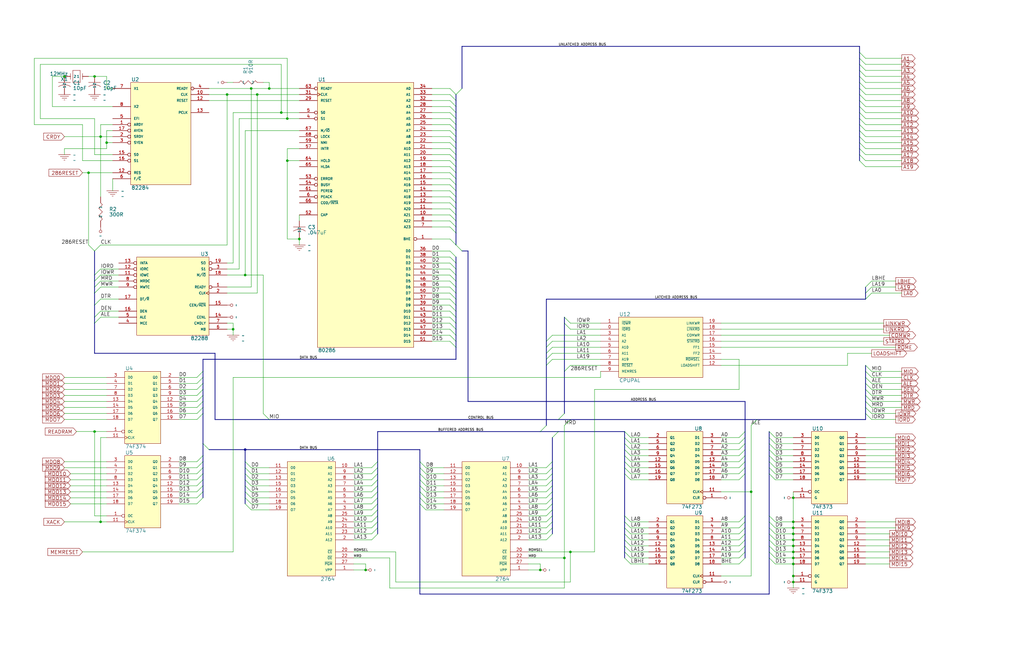
<source format=kicad_sch>
(kicad_sch (version 20231120) (generator "eeschema") (generator_version "8.0")
  (paper "B")
  (title_block (date "  January  1, 1980"))
  (lib_symbols
    (symbol "CAPACITOR_1" (pin_names (offset 1.27))
      (property "Reference" "C" (at 6.096 -1.016 0))
      (property "Value" "CAPACITOR" (at 6.096 -1.524 0))
      (symbol "CAPACITOR_1_1_1"
        (pin passive line (at 2.54 2.54 270) (length 2.54) (name "1") (number "~"))
        (pin passive line (at 2.54 -5.08 90) (length 2.54) (name "2") (number "~"))
      )
    )
    (symbol "DEVICE:CAPACITOR" (pin_names (offset 1.27))
      (property "Reference" "C" (at 6.096 -1.016 0))
      (property "Value" "CAPACITOR" (at 6.096 -1.524 0))
      (symbol "CAPACITOR_1_1"
        (pin passive line (at 2.54 2.54 270) (length 2.54) (name "1") (number "~"))
        (pin passive line (at 2.54 -5.08 90) (length 2.54) (name "2") (number "~"))
      )
    )
    (symbol "DEVICE:CRYSTAL" (pin_names (offset 1.27))
      (property "Reference" "Y" (at 6.096 -2.286 0))
      (property "Value" "CRYSTAL" (at 6.096 -2.794 0))
      (symbol "CRYSTAL_1_1"
        (pin passive line (at -2.54 -2.54 0) (length 2.54) (name "1") (number "~"))
        (pin passive line (at 7.62 -2.54 180) (length 2.54) (name "2") (number "~"))
      )
    )
    (symbol "DEVICE:GND_POWER" (pin_names (offset 1.27))
      (property "Reference" "U" (at 6.096 -1.016 0))
      (property "Value" "GND_POWER" (at 6.096 -1.524 0))
      (symbol "GND_POWER_1_1"
        (pin power_in line (at 2.54 0 270) (length 0) hide (name "GND") (number "~"))
      )
    )
    (symbol "DEVICE:RESISTOR" (pin_names (offset 1.27))
      (property "Reference" "RES" (at 6.096 -3.556 0))
      (property "Value" "RESISTOR" (at 6.096 -4.064 0))
      (symbol "RESISTOR_1_1"
        (pin passive line (at 2.54 2.54 270) (length 2.54) (name "1") (number "~"))
        (pin passive line (at 2.54 -10.16 90) (length 2.54) (name "2") (number "~"))
      )
    )
    (symbol "INTEL:80286" (pin_names (offset 1.27))
      (property "Reference" "U" (at 0.254 0.381 0))
      (property "Value" "80286" (at 0.254 -112.141 0))
      (symbol "80286_1_1"
        (pin output inverted (at 48.26 -66.04 180) (length 7.62) (name "BHE") (number "1"))
        (pin output line (at 48.26 -55.88 180) (length 7.62) (name "A21") (number "10"))
        (pin output line (at 48.26 -53.34 180) (length 7.62) (name "A20") (number "11"))
        (pin output line (at 48.26 -50.8 180) (length 7.62) (name "A19") (number "12"))
        (pin output line (at 48.26 -48.26 180) (length 7.62) (name "A18") (number "13"))
        (pin output line (at 48.26 -45.72 180) (length 7.62) (name "A17") (number "14"))
        (pin output line (at 48.26 -43.18 180) (length 7.62) (name "A16") (number "15"))
        (pin output line (at 48.26 -40.64 180) (length 7.62) (name "A15") (number "16"))
        (pin output line (at 48.26 -38.1 180) (length 7.62) (name "A14") (number "17"))
        (pin output line (at 48.26 -35.56 180) (length 7.62) (name "A13") (number "18"))
        (pin output line (at 48.26 -33.02 180) (length 7.62) (name "A12") (number "19"))
        (pin output line (at 48.26 -30.48 180) (length 7.62) (name "A11") (number "20"))
        (pin output line (at 48.26 -27.94 180) (length 7.62) (name "A10") (number "21"))
        (pin output line (at 48.26 -25.4 180) (length 7.62) (name "A9") (number "22"))
        (pin output line (at 48.26 -22.86 180) (length 7.62) (name "A8") (number "23"))
        (pin output line (at 48.26 -20.32 180) (length 7.62) (name "A7") (number "24"))
        (pin output line (at 48.26 -17.78 180) (length 7.62) (name "A6") (number "25"))
        (pin output line (at 48.26 -15.24 180) (length 7.62) (name "A5") (number "26"))
        (pin output line (at 48.26 -12.7 180) (length 7.62) (name "A4") (number "27"))
        (pin output line (at 48.26 -10.16 180) (length 7.62) (name "A3") (number "28"))
        (pin input line (at -7.62 -7.62 0) (length 7.62) (name "RESET") (number "29"))
        (pin power_in line (at 0 0 270) (length 0) hide (name "VCC") (number "30"))
        (pin input clock (at -7.62 -5.08 0) (length 7.62) (name "CLK") (number "31"))
        (pin output line (at 48.26 -7.62 180) (length 7.62) (name "A2") (number "32"))
        (pin output line (at 48.26 -5.08 180) (length 7.62) (name "A1") (number "33"))
        (pin output line (at 48.26 -2.54 180) (length 7.62) (name "A0") (number "34"))
        (pin power_in line (at 0 -111.76 90) (length 0) hide (name "VSS") (number "35"))
        (pin bidirectional line (at 48.26 -71.12 180) (length 7.62) (name "D0") (number "36"))
        (pin bidirectional line (at 48.26 -91.44 180) (length 7.62) (name "D8") (number "37"))
        (pin bidirectional line (at 48.26 -73.66 180) (length 7.62) (name "D1") (number "38"))
        (pin bidirectional line (at 48.26 -93.98 180) (length 7.62) (name "D9") (number "39"))
        (pin output inverted (at -7.62 -15.24 0) (length 7.62) (name "S1") (number "4"))
        (pin bidirectional line (at 48.26 -76.2 180) (length 7.62) (name "D2") (number "40"))
        (pin bidirectional line (at 48.26 -96.52 180) (length 7.62) (name "D10") (number "41"))
        (pin bidirectional line (at 48.26 -78.74 180) (length 7.62) (name "D3") (number "42"))
        (pin bidirectional line (at 48.26 -99.06 180) (length 7.62) (name "D11") (number "43"))
        (pin bidirectional line (at 48.26 -81.28 180) (length 7.62) (name "D4") (number "44"))
        (pin bidirectional line (at 48.26 -101.6 180) (length 7.62) (name "D12") (number "45"))
        (pin bidirectional line (at 48.26 -83.82 180) (length 7.62) (name "D5") (number "46"))
        (pin bidirectional line (at 48.26 -104.14 180) (length 7.62) (name "D13") (number "47"))
        (pin bidirectional line (at 48.26 -86.36 180) (length 7.62) (name "D6") (number "48"))
        (pin bidirectional line (at 48.26 -106.68 180) (length 7.62) (name "D14") (number "49"))
        (pin output inverted (at -7.62 -12.7 0) (length 7.62) (name "S0") (number "5"))
        (pin bidirectional line (at 48.26 -88.9 180) (length 7.62) (name "D7") (number "50"))
        (pin bidirectional line (at 48.26 -109.22 180) (length 7.62) (name "D15") (number "51"))
        (pin input line (at -7.62 -55.88 0) (length 7.62) (name "CAP") (number "52"))
        (pin input inverted (at -7.62 -40.64 0) (length 7.62) (name "ERROR") (number "53"))
        (pin input inverted (at -7.62 -43.18 0) (length 7.62) (name "BUSY") (number "54"))
        (pin input line (at -7.62 -27.94 0) (length 7.62) (name "INTR") (number "57"))
        (pin input line (at -7.62 -25.4 0) (length 7.62) (name "NMI") (number "59"))
        (pin output inverted (at -7.62 -48.26 0) (length 7.62) (name "PEACK") (number "6"))
        (pin power_in line (at 15.24 -111.76 90) (length 0) hide (name "VSS") (number "60"))
        (pin input line (at -7.62 -45.72 0) (length 7.62) (name "PEREQ") (number "61"))
        (pin power_in line (at 15.24 0 270) (length 0) hide (name "VCC") (number "62"))
        (pin input inverted (at -7.62 -2.54 0) (length 7.62) (name "READY") (number "63"))
        (pin input line (at -7.62 -33.02 0) (length 7.62) (name "HOLD") (number "64"))
        (pin output line (at -7.62 -35.56 0) (length 7.62) (name "HLDA") (number "65"))
        (pin output line (at -7.62 -50.8 0) (length 7.62) (name "COD/~{INTA}") (number "66"))
        (pin output line (at -7.62 -20.32 0) (length 7.62) (name "M/~{IO}") (number "67"))
        (pin output inverted (at -7.62 -22.86 0) (length 7.62) (name "LOCK") (number "68"))
        (pin output line (at 48.26 -60.96 180) (length 7.62) (name "A23") (number "7"))
        (pin output line (at 48.26 -58.42 180) (length 7.62) (name "A22") (number "8"))
        (pin power_in line (at 30.48 -111.76 90) (length 0) hide (name "VSS") (number "9"))
      )
    )
    (symbol "INTEL:82284" (pin_names (offset 1.27))
      (property "Reference" "U" (at 0.254 0.381 0))
      (property "Value" "82284" (at 0.254 -43.561 0))
      (symbol "82284_1_1"
        (pin input inverted (at -7.62 -17.78 0) (length 7.62) (name "ARDY") (number "1"))
        (pin output line (at 33.02 -5.08 180) (length 7.62) (name "CLK") (number "10"))
        (pin input inverted (at -7.62 -38.1 0) (length 7.62) (name "RES") (number "12"))
        (pin output line (at 33.02 -7.62 180) (length 7.62) (name "RESET") (number "12"))
        (pin output line (at 33.02 -12.7 180) (length 7.62) (name "PCLK") (number "13"))
        (pin input inverted (at -7.62 -30.48 0) (length 7.62) (name "S0") (number "15"))
        (pin input inverted (at -7.62 -33.02 0) (length 7.62) (name "S1") (number "16"))
        (pin input inverted (at -7.62 -20.32 0) (length 7.62) (name "AYEN") (number "17"))
        (pin power_in line (at 0 0 270) (length 0) hide (name "VCC") (number "18"))
        (pin input inverted (at -7.62 -22.86 0) (length 7.62) (name "SRDY") (number "2"))
        (pin input inverted (at -7.62 -25.4 0) (length 7.62) (name "SYEN") (number "3"))
        (pin output inverted (at 33.02 -2.54 180) (length 7.62) (name "READY") (number "4"))
        (pin input line (at -7.62 -15.24 0) (length 7.62) (name "EFI") (number "5"))
        (pin input line (at -7.62 -40.64 0) (length 7.62) (name "F/~{C}") (number "6"))
        (pin input line (at -7.62 -2.54 0) (length 7.62) (name "X1") (number "7"))
        (pin input line (at -7.62 -10.16 0) (length 7.62) (name "X2") (number "8"))
        (pin power_in line (at 0 -43.18 90) (length 0) hide (name "GND") (number "9"))
      )
    )
    (symbol "INTEL:82288" (pin_names (offset 1.27))
      (property "Reference" "U" (at 0.254 0.381 0))
      (property "Value" "82288" (at 0.254 -33.401 0))
      (symbol "82288_1_1"
        (pin input inverted (at -7.62 -12.7 0) (length 7.62) (name "READY") (number "1"))
        (pin power_in line (at 0 -33.02 90) (length 0) hide (name "GND") (number "10"))
        (pin output inverted (at 38.1 -7.62 180) (length 7.62) (name "IOWC") (number "11"))
        (pin output inverted (at 38.1 -5.08 180) (length 7.62) (name "IORC") (number "12"))
        (pin output inverted (at 38.1 -2.54 180) (length 7.62) (name "INTA") (number "13"))
        (pin input line (at -7.62 -25.4 0) (length 7.62) (name "CENL") (number "14"))
        (pin input line (at -7.62 -20.32 0) (length 7.62) (name "CEN/~{AEN}") (number "15"))
        (pin output line (at 38.1 -22.86 180) (length 7.62) (name "DEN") (number "16"))
        (pin output line (at 38.1 -17.78 180) (length 7.62) (name "DT/~{R}") (number "17"))
        (pin input line (at -7.62 -7.62 0) (length 7.62) (name "M/~{IO}") (number "18"))
        (pin input inverted (at -7.62 -2.54 0) (length 7.62) (name "SO") (number "19"))
        (pin input clock (at -7.62 -15.24 0) (length 7.62) (name "CLK") (number "2"))
        (pin power_in line (at 0 0 270) (length 0) hide (name "VCC") (number "20"))
        (pin input inverted (at -7.62 -5.08 0) (length 7.62) (name "S1") (number "3"))
        (pin output line (at 38.1 -27.94 180) (length 7.62) (name "MCE") (number "4"))
        (pin output line (at 38.1 -25.4 180) (length 7.62) (name "ALE") (number "5"))
        (pin input line (at -7.62 -30.48 0) (length 7.62) (name "MB") (number "6"))
        (pin input line (at -7.62 -27.94 0) (length 7.62) (name "CMDLY") (number "7"))
        (pin output inverted (at 38.1 -10.16 180) (length 7.62) (name "MRDC") (number "8"))
        (pin output inverted (at 38.1 -12.7 180) (length 7.62) (name "MWTC") (number "9"))
      )
    )
    (symbol "MEMORY:2764" (pin_names (offset 1.27))
      (property "Reference" "U" (at 0.254 0.381 0))
      (property "Value" "2764" (at 0.254 -48.641 0))
      (symbol "2764_1_1"
        (pin input line (at -7.62 -45.72 0) (length 7.62) (name "VPP") (number "1"))
        (pin input line (at -7.62 -2.54 0) (length 7.62) (name "A0") (number "10"))
        (pin tri_state line (at 27.94 -2.54 180) (length 7.62) (name "O0") (number "11"))
        (pin tri_state line (at 27.94 -5.08 180) (length 7.62) (name "O1") (number "12"))
        (pin tri_state line (at 27.94 -7.62 180) (length 7.62) (name "O2") (number "13"))
        (pin power_in line (at 0 -48.26 90) (length 0) hide (name "GND") (number "14"))
        (pin tri_state line (at 27.94 -10.16 180) (length 7.62) (name "O3") (number "15"))
        (pin tri_state line (at 27.94 -12.7 180) (length 7.62) (name "O4") (number "16"))
        (pin tri_state line (at 27.94 -15.24 180) (length 7.62) (name "O5") (number "17"))
        (pin tri_state line (at 27.94 -17.78 180) (length 7.62) (name "O6") (number "18"))
        (pin tri_state line (at 27.94 -20.32 180) (length 7.62) (name "O7") (number "19"))
        (pin input line (at -7.62 -33.02 0) (length 7.62) (name "A12") (number "2"))
        (pin input line (at -7.62 -38.1 0) (length 7.62) (name "~{CE}") (number "20"))
        (pin input line (at -7.62 -27.94 0) (length 7.62) (name "A10") (number "21"))
        (pin input line (at -7.62 -40.64 0) (length 7.62) (name "~{OE}") (number "22"))
        (pin input line (at -7.62 -30.48 0) (length 7.62) (name "A11") (number "23"))
        (pin input line (at -7.62 -25.4 0) (length 7.62) (name "A9") (number "24"))
        (pin input line (at -7.62 -22.86 0) (length 7.62) (name "A8") (number "25"))
        (pin input line (at -7.62 -43.18 0) (length 7.62) (name "~{PGM}") (number "27"))
        (pin power_in line (at 0 0 270) (length 0) hide (name "VCC") (number "28"))
        (pin input line (at -7.62 -20.32 0) (length 7.62) (name "A7") (number "3"))
        (pin input line (at -7.62 -17.78 0) (length 7.62) (name "A6") (number "4"))
        (pin input line (at -7.62 -15.24 0) (length 7.62) (name "A5") (number "5"))
        (pin input line (at -7.62 -12.7 0) (length 7.62) (name "A4") (number "6"))
        (pin input line (at -7.62 -10.16 0) (length 7.62) (name "A3") (number "7"))
        (pin input line (at -7.62 -7.62 0) (length 7.62) (name "A2") (number "8"))
        (pin input line (at -7.62 -5.08 0) (length 7.62) (name "A1") (number "9"))
      )
    )
    (symbol "PAL:CPUPAL" (pin_names (offset 1.27))
      (property "Reference" "16L84" (at 0.254 0.381 0))
      (property "Value" "CPUPAL" (at 0.254 -25.781 0))
      (symbol "CPUPAL_1_1"
        (pin passive line (at -7.62 -5.08 0) (length 7.62) (name "~{IORD}") (number "0"))
        (pin input line (at -7.62 -2.54 0) (length 7.62) (name "~{IOWR}") (number "1"))
        (pin power_in line (at 10.16 -25.4 90) (length 0) hide (name "GND") (number "10"))
        (pin output line (at 43.18 -20.32 180) (length 7.62) (name "LOADSHIFT") (number "12"))
        (pin output line (at 43.18 -17.78 180) (length 7.62) (name "~{ROMSEL}") (number "13"))
        (pin output line (at 43.18 -15.24 180) (length 7.62) (name "FF2") (number "14"))
        (pin output line (at 43.18 -12.7 180) (length 7.62) (name "FF1") (number "15"))
        (pin output line (at 43.18 -10.16 180) (length 7.62) (name "~{STATRD}") (number "16"))
        (pin output line (at 43.18 -7.62 180) (length 7.62) (name "COMWR") (number "17"))
        (pin output line (at 43.18 -5.08 180) (length 7.62) (name "~{LINKRD}") (number "18"))
        (pin output line (at 43.18 -2.54 180) (length 7.62) (name "LINKWR") (number "19"))
        (pin power_in line (at 10.16 0 270) (length 0) hide (name "VCC") (number "20"))
        (pin input line (at -7.62 -7.62 0) (length 7.62) (name "A1") (number "3"))
        (pin input line (at -7.62 -10.16 0) (length 7.62) (name "A2") (number "4"))
        (pin input line (at -7.62 -12.7 0) (length 7.62) (name "A10") (number "5"))
        (pin input line (at -7.62 -15.24 0) (length 7.62) (name "A11") (number "6"))
        (pin input line (at -7.62 -17.78 0) (length 7.62) (name "A19") (number "7"))
        (pin input line (at -7.62 -20.32 0) (length 7.62) (name "~{RESET}") (number "8"))
        (pin input line (at -7.62 -22.86 0) (length 7.62) (name "MEMRES") (number "9"))
      )
    )
    (symbol "RESISTOR_1" (pin_names (offset 1.27))
      (property "Reference" "RES" (at 6.096 -3.556 0))
      (property "Value" "RESISTOR" (at 6.096 -4.064 0))
      (symbol "RESISTOR_1_1_1"
        (pin passive line (at 2.54 2.54 270) (length 2.54) (name "1") (number "~"))
        (pin passive line (at 2.54 -10.16 90) (length 2.54) (name "2") (number "~"))
      )
    )
    (symbol "TTL:74F273" (pin_names (offset 1.27))
      (property "Reference" "U" (at 0.254 0.381 0))
      (property "Value" "74F273" (at 0.254 -30.861 0))
      (symbol "74F273_1_1"
        (pin input inverted (at -7.62 -27.94 0) (length 7.62) (name "CLR") (number "1"))
        (pin power_in line (at 0 -30.48 90) (length 0) hide (name "GND") (number "10"))
        (pin input clock (at -7.62 -25.4 0) (length 7.62) (name "CLK") (number "11"))
        (pin output line (at 22.86 -12.7 180) (length 7.62) (name "Q5") (number "12"))
        (pin input line (at -7.62 -12.7 0) (length 7.62) (name "D5") (number "13"))
        (pin input line (at -7.62 -15.24 0) (length 7.62) (name "D6") (number "14"))
        (pin output line (at 22.86 -15.24 180) (length 7.62) (name "Q6") (number "15"))
        (pin output line (at 22.86 -17.78 180) (length 7.62) (name "Q7") (number "16"))
        (pin input line (at -7.62 -17.78 0) (length 7.62) (name "D7") (number "17"))
        (pin input line (at -7.62 -20.32 0) (length 7.62) (name "D8") (number "18"))
        (pin output line (at 22.86 -20.32 180) (length 7.62) (name "Q8") (number "19"))
        (pin output line (at 22.86 -2.54 180) (length 7.62) (name "Q1") (number "2"))
        (pin power_in line (at 0 0 270) (length 0) hide (name "VCC") (number "20"))
        (pin input line (at -7.62 -2.54 0) (length 7.62) (name "D1") (number "3"))
        (pin input line (at -7.62 -5.08 0) (length 7.62) (name "D2") (number "4"))
        (pin output line (at 22.86 -5.08 180) (length 7.62) (name "Q2") (number "5"))
        (pin output line (at 22.86 -7.62 180) (length 7.62) (name "Q3") (number "6"))
        (pin input line (at -7.62 -7.62 0) (length 7.62) (name "D3") (number "7"))
        (pin input line (at -7.62 -10.16 0) (length 7.62) (name "D4") (number "8"))
        (pin output line (at 22.86 -10.16 180) (length 7.62) (name "Q4") (number "9"))
      )
    )
    (symbol "TTL:74F373" (pin_names (offset 1.27))
      (property "Reference" "U" (at 0.254 0.381 0))
      (property "Value" "74F373" (at 0.254 -30.861 0))
      (symbol "74F373_1_1"
        (pin input inverted (at -7.62 -25.4 0) (length 7.62) (name "OC") (number "1"))
        (pin power_in line (at 0 -30.48 90) (length 0) hide (name "GND") (number "10"))
        (pin input line (at -7.62 -27.94 0) (length 7.62) (name "G") (number "11"))
        (pin tri_state line (at 22.86 -12.7 180) (length 7.62) (name "Q4") (number "12"))
        (pin input line (at -7.62 -12.7 0) (length 7.62) (name "D4") (number "13"))
        (pin input line (at -7.62 -15.24 0) (length 7.62) (name "D5") (number "14"))
        (pin tri_state line (at 22.86 -15.24 180) (length 7.62) (name "Q5") (number "15"))
        (pin tri_state line (at 22.86 -17.78 180) (length 7.62) (name "Q6") (number "16"))
        (pin input line (at -7.62 -17.78 0) (length 7.62) (name "D6") (number "17"))
        (pin input line (at -7.62 -20.32 0) (length 7.62) (name "D7") (number "18"))
        (pin tri_state line (at 22.86 -20.32 180) (length 7.62) (name "Q7") (number "19"))
        (pin tri_state line (at 22.86 -2.54 180) (length 7.62) (name "Q0") (number "2"))
        (pin power_in line (at 0 0 270) (length 0) hide (name "VCC") (number "20"))
        (pin input line (at -7.62 -2.54 0) (length 7.62) (name "D0") (number "3"))
        (pin input line (at -7.62 -5.08 0) (length 7.62) (name "D1") (number "4"))
        (pin tri_state line (at 22.86 -5.08 180) (length 7.62) (name "Q1") (number "5"))
        (pin tri_state line (at 22.86 -7.62 180) (length 7.62) (name "Q2") (number "6"))
        (pin input line (at -7.62 -7.62 0) (length 7.62) (name "D2") (number "7"))
        (pin input line (at -7.62 -10.16 0) (length 7.62) (name "D3") (number "8"))
        (pin tri_state line (at 22.86 -10.16 180) (length 7.62) (name "Q3") (number "9"))
      )
    )
    (symbol "TTL:74F374" (pin_names (offset 1.27))
      (property "Reference" "U" (at 0.254 0.381 0))
      (property "Value" "74F374" (at 0.254 -30.861 0))
      (symbol "74F374_1_1"
        (pin input inverted (at -7.62 -25.4 0) (length 7.62) (name "OC") (number "1"))
        (pin power_in line (at 0 -30.48 90) (length 0) hide (name "GND") (number "10"))
        (pin input clock (at -7.62 -27.94 0) (length 7.62) (name "CLK") (number "11"))
        (pin tri_state line (at 22.86 -12.7 180) (length 7.62) (name "Q4") (number "12"))
        (pin input line (at -7.62 -12.7 0) (length 7.62) (name "D4") (number "13"))
        (pin input line (at -7.62 -15.24 0) (length 7.62) (name "D5") (number "14"))
        (pin tri_state line (at 22.86 -15.24 180) (length 7.62) (name "Q5") (number "15"))
        (pin tri_state line (at 22.86 -17.78 180) (length 7.62) (name "Q6") (number "16"))
        (pin input line (at -7.62 -17.78 0) (length 7.62) (name "D6") (number "17"))
        (pin input line (at -7.62 -20.32 0) (length 7.62) (name "D7") (number "18"))
        (pin tri_state line (at 22.86 -20.32 180) (length 7.62) (name "Q7") (number "19"))
        (pin tri_state line (at 22.86 -2.54 180) (length 7.62) (name "Q0") (number "2"))
        (pin power_in line (at 0 0 270) (length 0) hide (name "VCC") (number "20"))
        (pin input line (at -7.62 -2.54 0) (length 7.62) (name "D0") (number "3"))
        (pin input line (at -7.62 -5.08 0) (length 7.62) (name "D1") (number "4"))
        (pin tri_state line (at 22.86 -5.08 180) (length 7.62) (name "Q1") (number "5"))
        (pin tri_state line (at 22.86 -7.62 180) (length 7.62) (name "Q2") (number "6"))
        (pin input line (at -7.62 -7.62 0) (length 7.62) (name "D2") (number "7"))
        (pin input line (at -7.62 -10.16 0) (length 7.62) (name "D3") (number "8"))
        (pin tri_state line (at 22.86 -10.16 180) (length 7.62) (name "Q3") (number "9"))
      )
    )
    (symbol "pwr:circle" (power) (pin_numbers hide) (pin_names (offset 0))
      (symbol "circle_1_1"
        (pin power_in line (at 0 0 90) (length 0) hide (name "~") (number "1"))
      )
    )
  )
  (junction (at 39.878 32.258))
  (junction (at 105.918 37.338))
  (junction (at 95.758 39.878))
  (junction (at 98.298 138.938))
  (junction (at 154.178 240.538))
  (junction (at 108.458 39.878))
  (junction (at 113.538 37.338))
  (junction (at 103.378 116.078))
  (junction (at 334.518 222.758))
  (junction (at 334.518 237.998))
  (junction (at 121.158 50.038))
  (junction (at 118.618 47.498))
  (junction (at 334.518 227.838))
  (junction (at 334.518 210.058))
  (junction (at 103.378 189.738))
  (junction (at 334.518 243.078))
  (junction (at 237.998 235.458))
  (junction (at 42.418 220.218))
  (junction (at 121.158 67.818))
  (junction (at 126.238 100.838))
  (junction (at 44.958 60.198))
  (junction (at 27.178 32.258))
  (junction (at 240.538 232.918))
  (junction (at 334.518 225.298))
  (junction (at 334.518 232.918))
  (junction (at 334.518 245.618))
  (junction (at 334.518 220.218))
  (junction (at 334.518 230.378))
  (junction (at 37.338 72.898))
  (junction (at 227.838 240.538))
  (junction (at 39.878 182.118))
  (junction (at 334.518 235.458))
  (junction (at 316.738 207.518))
  (junction (at 42.418 57.658))
  (bus_entry (at 364.998 62.738) (size -2.54 -2.54))
  (bus_entry (at 232.918 149.098) (size -2.54 2.54))
  (bus_entry (at 192.278 47.498) (size -2.54 -2.54))
  (bus_entry (at 314.198 225.298) (size -2.54 2.54))
  (bus_entry (at 265.938 237.998) (size -2.54 -2.54))
  (bus_entry (at 42.418 126.238) (size -2.54 2.54))
  (bus_entry (at 364.998 42.418) (size -2.54 -2.54))
  (bus_entry (at 192.278 39.878) (size -2.54 -2.54))
  (bus_entry (at 192.278 146.558) (size -2.54 -2.54))
  (bus_entry (at 364.998 29.718) (size -2.54 -2.54))
  (bus_entry (at 192.278 128.778) (size -2.54 -2.54))
  (bus_entry (at 179.578 212.598) (size -2.54 -2.54))
  (bus_entry (at 192.278 75.438) (size -2.54 -2.54))
  (bus_entry (at 85.598 192.278) (size -2.54 2.54))
  (bus_entry (at 240.538 154.178) (size -2.54 2.54))
  (bus_entry (at 192.278 62.738) (size -2.54 -2.54))
  (bus_entry (at 232.918 210.058) (size -2.54 2.54))
  (bus_entry (at 367.538 123.698) (size -2.54 2.54))
  (bus_entry (at 85.598 166.878) (size -2.54 2.54))
  (bus_entry (at 42.418 113.538) (size -2.54 2.54))
  (bus_entry (at 85.598 161.798) (size -2.54 2.54))
  (bus_entry (at 265.938 220.218) (size -2.54 -2.54))
  (bus_entry (at 113.538 177.038) (size -2.54 -2.54))
  (bus_entry (at 105.918 215.138) (size -2.54 -2.54))
  (bus_entry (at 232.918 220.218) (size -2.54 2.54))
  (bus_entry (at 314.198 227.838) (size -2.54 2.54))
  (bus_entry (at 192.278 138.938) (size -2.54 -2.54))
  (bus_entry (at 314.198 184.658) (size -2.54 2.54))
  (bus_entry (at 39.878 105.918) (size -2.54 -2.54))
  (bus_entry (at 192.278 126.238) (size -2.54 -2.54))
  (bus_entry (at 314.198 199.898) (size -2.54 2.54))
  (bus_entry (at 179.578 199.898) (size -2.54 -2.54))
  (bus_entry (at 364.998 37.338) (size -2.54 -2.54))
  (bus_entry (at 240.538 138.938) (size -2.54 -2.54))
  (bus_entry (at 105.918 202.438) (size -2.54 -2.54))
  (bus_entry (at 314.198 235.458) (size -2.54 2.54))
  (bus_entry (at 265.938 194.818) (size -2.54 -2.54))
  (bus_entry (at 85.598 204.978) (size -2.54 2.54))
  (bus_entry (at 232.918 141.478) (size -2.54 2.54))
  (bus_entry (at 192.278 55.118) (size -2.54 -2.54))
  (bus_entry (at 192.278 95.758) (size -2.54 -2.54))
  (bus_entry (at 367.538 174.498) (size -2.54 -2.54))
  (bus_entry (at 159.258 197.358) (size -2.54 2.54))
  (bus_entry (at 105.918 197.358) (size -2.54 -2.54))
  (bus_entry (at 265.938 187.198) (size -2.54 -2.54))
  (bus_entry (at 265.938 232.918) (size -2.54 -2.54))
  (bus_entry (at 159.258 215.138) (size -2.54 2.54))
  (bus_entry (at 42.418 121.158) (size -2.54 2.54))
  (bus_entry (at 192.278 88.138) (size -2.54 -2.54))
  (bus_entry (at 42.418 118.618) (size -2.54 2.54))
  (bus_entry (at 240.538 136.398) (size -2.54 -2.54))
  (bus_entry (at 192.278 80.518) (size -2.54 -2.54))
  (bus_entry (at 364.998 67.818) (size -2.54 -2.54))
  (bus_entry (at 364.998 70.358) (size -2.54 -2.54))
  (bus_entry (at 192.278 118.618) (size -2.54 -2.54))
  (bus_entry (at 232.918 194.818) (size -2.54 2.54))
  (bus_entry (at 326.898 220.218) (size -2.54 -2.54))
  (bus_entry (at 265.938 192.278) (size -2.54 -2.54))
  (bus_entry (at 85.598 159.258) (size -2.54 2.54))
  (bus_entry (at 194.818 37.338) (size -2.54 2.54))
  (bus_entry (at 192.278 144.018) (size -2.54 -2.54))
  (bus_entry (at 192.278 123.698) (size -2.54 -2.54))
  (bus_entry (at 326.898 232.918) (size -2.54 -2.54))
  (bus_entry (at 42.418 131.318) (size -2.54 2.54))
  (bus_entry (at 85.598 202.438) (size -2.54 2.54))
  (bus_entry (at 192.278 133.858) (size -2.54 -2.54))
  (bus_entry (at 232.918 202.438) (size -2.54 2.54))
  (bus_entry (at 314.198 220.218) (size -2.54 2.54))
  (bus_entry (at 159.258 202.438) (size -2.54 2.54))
  (bus_entry (at 367.538 169.418) (size -2.54 -2.54))
  (bus_entry (at 367.538 118.618) (size -2.54 2.54))
  (bus_entry (at 364.998 52.578) (size -2.54 -2.54))
  (bus_entry (at 192.278 136.398) (size -2.54 -2.54))
  (bus_entry (at 192.278 83.058) (size -2.54 -2.54))
  (bus_entry (at 159.258 212.598) (size -2.54 2.54))
  (bus_entry (at 364.998 24.638) (size -2.54 -2.54))
  (bus_entry (at 265.938 230.378) (size -2.54 -2.54))
  (bus_entry (at 85.598 171.958) (size -2.54 2.54))
  (bus_entry (at 265.938 202.438) (size -2.54 -2.54))
  (bus_entry (at 364.998 34.798) (size -2.54 -2.54))
  (bus_entry (at 232.918 151.638) (size -2.54 2.54))
  (bus_entry (at 326.898 194.818) (size -2.54 -2.54))
  (bus_entry (at 314.198 222.758) (size -2.54 2.54))
  (bus_entry (at 85.598 169.418) (size -2.54 2.54))
  (bus_entry (at 326.898 184.658) (size -2.54 -2.54))
  (bus_entry (at 88.138 189.738) (size -2.54 -2.54))
  (bus_entry (at 192.278 50.038) (size -2.54 -2.54))
  (bus_entry (at 326.898 227.838) (size -2.54 -2.54))
  (bus_entry (at 326.898 225.298) (size -2.54 -2.54))
  (bus_entry (at 85.598 194.818) (size -2.54 2.54))
  (bus_entry (at 265.938 225.298) (size -2.54 -2.54))
  (bus_entry (at 326.898 192.278) (size -2.54 -2.54))
  (bus_entry (at 105.918 210.058) (size -2.54 -2.54))
  (bus_entry (at 192.278 98.298) (size -2.54 -2.54))
  (bus_entry (at 367.538 156.718) (size -2.54 -2.54))
  (bus_entry (at 326.898 230.378) (size -2.54 -2.54))
  (bus_entry (at 192.278 60.198) (size -2.54 -2.54))
  (bus_entry (at 179.578 204.978) (size -2.54 -2.54))
  (bus_entry (at 194.818 105.918) (size -2.54 -2.54))
  (bus_entry (at 192.278 131.318) (size -2.54 -2.54))
  (bus_entry (at 192.278 103.378) (size -2.54 -2.54))
  (bus_entry (at 326.898 235.458) (size -2.54 -2.54))
  (bus_entry (at 265.938 189.738) (size -2.54 -2.54))
  (bus_entry (at 364.998 32.258) (size -2.54 -2.54))
  (bus_entry (at 314.198 192.278) (size -2.54 2.54))
  (bus_entry (at 192.278 85.598) (size -2.54 -2.54))
  (bus_entry (at 192.278 141.478) (size -2.54 -2.54))
  (bus_entry (at 364.998 47.498) (size -2.54 -2.54))
  (bus_entry (at 42.418 103.378) (size -2.54 2.54))
  (bus_entry (at 265.938 199.898) (size -2.54 -2.54))
  (bus_entry (at 192.278 72.898) (size -2.54 -2.54))
  (bus_entry (at 159.258 220.218) (size -2.54 2.54))
  (bus_entry (at 364.998 55.118) (size -2.54 -2.54))
  (bus_entry (at 159.258 207.518) (size -2.54 2.54))
  (bus_entry (at 232.918 225.298) (size -2.54 2.54))
  (bus_entry (at 367.538 121.158) (size -2.54 2.54))
  (bus_entry (at 367.538 159.258) (size -2.54 -2.54))
  (bus_entry (at 364.998 57.658) (size -2.54 -2.54))
  (bus_entry (at 159.258 199.898) (size -2.54 2.54))
  (bus_entry (at 265.938 227.838) (size -2.54 -2.54))
  (bus_entry (at 326.898 189.738) (size -2.54 -2.54))
  (bus_entry (at 159.258 225.298) (size -2.54 2.54))
  (bus_entry (at 364.998 50.038) (size -2.54 -2.54))
  (bus_entry (at 192.278 77.978) (size -2.54 -2.54))
  (bus_entry (at 326.898 199.898) (size -2.54 -2.54))
  (bus_entry (at 192.278 65.278) (size -2.54 -2.54))
  (bus_entry (at 232.918 217.678) (size -2.54 2.54))
  (bus_entry (at 364.998 60.198) (size -2.54 -2.54))
  (bus_entry (at 364.998 65.278) (size -2.54 -2.54))
  (bus_entry (at 42.418 133.858) (size -2.54 2.54))
  (bus_entry (at 314.198 232.918) (size -2.54 2.54))
  (bus_entry (at 265.938 222.758) (size -2.54 -2.54))
  (bus_entry (at 179.578 197.358) (size -2.54 -2.54))
  (bus_entry (at 159.258 194.818) (size -2.54 2.54))
  (bus_entry (at 265.938 235.458) (size -2.54 -2.54))
  (bus_entry (at 192.278 110.998) (size -2.54 -2.54))
  (bus_entry (at 326.898 202.438) (size -2.54 -2.54))
  (bus_entry (at 326.898 237.998) (size -2.54 -2.54))
  (bus_entry (at 192.278 93.218) (size -2.54 -2.54))
  (bus_entry (at 232.918 207.518) (size -2.54 2.54))
  (bus_entry (at 85.598 207.518) (size -2.54 2.54))
  (bus_entry (at 85.598 174.498) (size -2.54 2.54))
  (bus_entry (at 42.418 116.078) (size -2.54 2.54))
  (bus_entry (at 105.918 207.518) (size -2.54 -2.54))
  (bus_entry (at 85.598 210.058) (size -2.54 2.54))
  (bus_entry (at 314.198 187.198) (size -2.54 2.54))
  (bus_entry (at 179.578 202.438) (size -2.54 -2.54))
  (bus_entry (at 314.198 197.358) (size -2.54 2.54))
  (bus_entry (at 326.898 222.758) (size -2.54 -2.54))
  (bus_entry (at 314.198 230.378) (size -2.54 2.54))
  (bus_entry (at 179.578 215.138) (size -2.54 -2.54))
  (bus_entry (at 159.258 210.058) (size -2.54 2.54))
  (bus_entry (at 314.198 182.118) (size -2.54 2.54))
  (bus_entry (at 367.538 177.038) (size -2.54 -2.54))
  (bus_entry (at 232.918 204.978) (size -2.54 2.54))
  (bus_entry (at 237.998 174.498) (size -2.54 2.54))
  (bus_entry (at 367.538 166.878) (size -2.54 -2.54))
  (bus_entry (at 232.918 222.758) (size -2.54 2.54))
  (bus_entry (at 235.458 182.118) (size -2.54 2.54))
  (bus_entry (at 364.998 39.878) (size -2.54 -2.54))
  (bus_entry (at 232.918 215.138) (size -2.54 2.54))
  (bus_entry (at 159.258 204.978) (size -2.54 2.54))
  (bus_entry (at 314.198 189.738) (size -2.54 2.54))
  (bus_entry (at 367.538 164.338) (size -2.54 -2.54))
  (bus_entry (at 192.278 70.358) (size -2.54 -2.54))
  (bus_entry (at 192.278 42.418) (size -2.54 -2.54))
  (bus_entry (at 364.998 27.178) (size -2.54 -2.54))
  (bus_entry (at 192.278 116.078) (size -2.54 -2.54))
  (bus_entry (at 159.258 222.758) (size -2.54 2.54))
  (bus_entry (at 232.918 212.598) (size -2.54 2.54))
  (bus_entry (at 230.378 179.578) (size -2.54 2.54))
  (bus_entry (at 192.278 52.578) (size -2.54 -2.54))
  (bus_entry (at 192.278 121.158) (size -2.54 -2.54))
  (bus_entry (at 159.258 217.678) (size -2.54 2.54))
  (bus_entry (at 265.938 197.358) (size -2.54 -2.54))
  (bus_entry (at 179.578 210.058) (size -2.54 -2.54))
  (bus_entry (at 85.598 156.718) (size -2.54 2.54))
  (bus_entry (at 232.918 199.898) (size -2.54 2.54))
  (bus_entry (at 85.598 164.338) (size -2.54 2.54))
  (bus_entry (at 192.278 44.958) (size -2.54 -2.54))
  (bus_entry (at 192.278 113.538) (size -2.54 -2.54))
  (bus_entry (at 179.578 207.518) (size -2.54 -2.54))
  (bus_entry (at 232.918 146.558) (size -2.54 2.54))
  (bus_entry (at 265.938 184.658) (size -2.54 -2.54))
  (bus_entry (at 192.278 90.678) (size -2.54 -2.54))
  (bus_entry (at 192.278 57.658) (size -2.54 -2.54))
  (bus_entry (at 192.278 67.818) (size -2.54 -2.54))
  (bus_entry (at 85.598 197.358) (size -2.54 2.54))
  (bus_entry (at 105.918 199.898) (size -2.54 -2.54))
  (bus_entry (at 367.538 161.798) (size -2.54 -2.54))
  (bus_entry (at 364.998 44.958) (size -2.54 -2.54))
  (bus_entry (at 192.278 108.458) (size -2.54 -2.54))
  (bus_entry (at 367.538 171.958) (size -2.54 -2.54))
  (bus_entry (at 326.898 197.358) (size -2.54 -2.54))
  (bus_entry (at 240.538 177.038) (size -2.54 2.54))
  (bus_entry (at 105.918 204.978) (size -2.54 -2.54))
  (bus_entry (at 314.198 194.818) (size -2.54 2.54))
  (bus_entry (at 232.918 197.358) (size -2.54 2.54))
  (bus_entry (at 232.918 144.018) (size -2.54 2.54))
  (bus_entry (at 105.918 212.598) (size -2.54 -2.54))
  (bus_entry (at 326.898 187.198) (size -2.54 -2.54))
  (bus_entry (at 85.598 199.898) (size -2.54 2.54))
  (bus_entry (at 319.278 177.038) (size -2.54 2.54))
  (bus_entry (at 314.198 217.678) (size -2.54 2.54))
  (bus (pts (xy 192.278 42.418) (xy 192.278 44.958)))
  (wire (pts (xy 44.958 55.118) (xy 44.958 60.198)))
  (bus (pts (xy 362.458 50.038) (xy 362.458 52.578)))
  (bus (pts (xy 159.258 194.818) (xy 159.258 197.358)))
  (wire (pts (xy 357.378 149.098) (xy 367.538 149.098)))
  (wire (pts (xy 27.178 62.738) (xy 44.958 62.738)))
  (wire (pts (xy 42.418 113.538) (xy 50.038 113.538)))
  (wire (pts (xy 39.878 50.038) (xy 39.878 65.278)))
  (bus (pts (xy 39.878 136.398) (xy 39.878 149.098)))
  (wire (pts (xy 29.718 212.598) (xy 44.958 212.598)))
  (bus (pts (xy 324.358 220.218) (xy 324.358 222.758)))
  (bus (pts (xy 263.398 184.658) (xy 263.398 187.198)))
  (bus (pts (xy 364.998 123.698) (xy 364.998 126.238)))
  (wire (pts (xy 27.178 166.878) (xy 44.958 166.878)))
  (wire (pts (xy 75.438 171.958) (xy 83.058 171.958)))
  (wire (pts (xy 118.618 27.178) (xy 118.618 47.498)))
  (bus (pts (xy 85.598 187.198) (xy 85.598 192.278)))
  (wire (pts (xy 334.518 222.758) (xy 334.518 225.298)))
  (bus (pts (xy 314.198 197.358) (xy 314.198 199.898)))
  (wire (pts (xy 227.838 240.538) (xy 227.838 237.998)))
  (wire (pts (xy 182.118 131.318) (xy 189.738 131.318)))
  (bus (pts (xy 232.918 197.358) (xy 232.918 199.898)))
  (wire (pts (xy 182.118 55.118) (xy 189.738 55.118)))
  (wire (pts (xy 222.758 204.978) (xy 230.378 204.978)))
  (wire (pts (xy 95.758 121.158) (xy 105.918 121.158)))
  (bus (pts (xy 362.458 19.558) (xy 362.458 22.098)))
  (wire (pts (xy 105.918 210.058) (xy 113.538 210.058)))
  (wire (pts (xy 108.458 39.878) (xy 126.238 39.878)))
  (wire (pts (xy 304.038 225.298) (xy 311.658 225.298)))
  (wire (pts (xy 237.998 235.458) (xy 237.998 179.578)))
  (wire (pts (xy 334.518 225.298) (xy 334.518 227.838)))
  (wire (pts (xy 88.138 37.338) (xy 105.918 37.338)))
  (wire (pts (xy 222.758 225.298) (xy 230.378 225.298)))
  (wire (pts (xy 377.698 146.558) (xy 304.038 146.558)))
  (wire (pts (xy 42.418 57.658) (xy 42.418 83.058)))
  (wire (pts (xy 44.958 55.118) (xy 47.498 55.118)))
  (wire (pts (xy 334.518 199.898) (xy 326.898 199.898)))
  (bus (pts (xy 314.198 230.378) (xy 314.198 232.918)))
  (wire (pts (xy 380.238 62.738) (xy 364.998 62.738)))
  (bus (pts (xy 192.278 80.518) (xy 192.278 83.058)))
  (bus (pts (xy 362.458 22.098) (xy 362.458 24.638)))
  (bus (pts (xy 85.598 164.338) (xy 85.598 166.878)))
  (bus (pts (xy 39.878 133.858) (xy 39.878 136.398)))
  (wire (pts (xy 316.738 207.518) (xy 316.738 179.578)))
  (wire (pts (xy 304.038 220.218) (xy 311.658 220.218)))
  (bus (pts (xy 314.198 187.198) (xy 314.198 189.738)))
  (bus (pts (xy 237.998 133.858) (xy 237.998 136.398)))
  (bus (pts (xy 263.398 189.738) (xy 263.398 192.278)))
  (bus (pts (xy 314.198 225.298) (xy 314.198 227.838)))
  (wire (pts (xy 253.238 156.718) (xy 253.238 159.258)))
  (wire (pts (xy 380.238 29.718) (xy 364.998 29.718)))
  (wire (pts (xy 149.098 225.298) (xy 156.718 225.298)))
  (wire (pts (xy 182.118 72.898) (xy 189.738 72.898)))
  (wire (pts (xy 357.378 154.178) (xy 357.378 149.098)))
  (bus (pts (xy 90.678 149.098) (xy 90.678 177.038)))
  (wire (pts (xy 17.018 27.178) (xy 17.018 50.038)))
  (wire (pts (xy 154.178 240.538) (xy 149.098 240.538)))
  (wire (pts (xy 304.038 243.078) (xy 316.738 243.078)))
  (wire (pts (xy 265.938 230.378) (xy 273.558 230.378)))
  (bus (pts (xy 177.038 212.598) (xy 177.038 250.698)))
  (wire (pts (xy 149.098 217.678) (xy 156.718 217.678)))
  (bus (pts (xy 192.278 65.278) (xy 192.278 67.818)))
  (wire (pts (xy 105.918 212.598) (xy 113.538 212.598)))
  (wire (pts (xy 75.438 202.438) (xy 83.058 202.438)))
  (wire (pts (xy 179.578 204.978) (xy 187.198 204.978)))
  (bus (pts (xy 192.278 90.678) (xy 192.278 93.218)))
  (wire (pts (xy 304.038 199.898) (xy 311.658 199.898)))
  (wire (pts (xy 334.518 235.458) (xy 334.518 237.998)))
  (wire (pts (xy 222.758 212.598) (xy 230.378 212.598)))
  (wire (pts (xy 75.438 207.518) (xy 83.058 207.518)))
  (wire (pts (xy 179.578 202.438) (xy 187.198 202.438)))
  (wire (pts (xy 182.118 60.198) (xy 189.738 60.198)))
  (wire (pts (xy 377.698 199.898) (xy 364.998 199.898)))
  (bus (pts (xy 232.918 199.898) (xy 232.918 202.438)))
  (bus (pts (xy 103.378 189.738) (xy 103.378 194.818)))
  (bus (pts (xy 314.198 184.658) (xy 314.198 187.198)))
  (wire (pts (xy 42.418 184.658) (xy 42.418 220.218)))
  (wire (pts (xy 222.758 240.538) (xy 227.838 240.538)))
  (bus (pts (xy 85.598 151.638) (xy 192.278 151.638)))
  (bus (pts (xy 159.258 199.898) (xy 159.258 202.438)))
  (wire (pts (xy 334.518 189.738) (xy 326.898 189.738)))
  (bus (pts (xy 263.398 227.838) (xy 263.398 230.378)))
  (wire (pts (xy 222.758 197.358) (xy 230.378 197.358)))
  (bus (pts (xy 192.278 128.778) (xy 192.278 131.318)))
  (wire (pts (xy 27.178 169.418) (xy 44.958 169.418)))
  (wire (pts (xy 17.018 27.178) (xy 118.618 27.178)))
  (wire (pts (xy 222.758 202.438) (xy 230.378 202.438)))
  (wire (pts (xy 372.618 136.398) (xy 304.038 136.398)))
  (wire (pts (xy 304.038 187.198) (xy 311.658 187.198)))
  (wire (pts (xy 44.958 60.198) (xy 44.958 62.738)))
  (bus (pts (xy 159.258 207.518) (xy 159.258 210.058)))
  (wire (pts (xy 182.118 85.598) (xy 189.738 85.598)))
  (bus (pts (xy 324.358 217.678) (xy 324.358 220.218)))
  (wire (pts (xy 265.938 225.298) (xy 273.558 225.298)))
  (wire (pts (xy 265.938 194.818) (xy 273.558 194.818)))
  (wire (pts (xy 75.438 212.598) (xy 83.058 212.598)))
  (wire (pts (xy 14.478 24.638) (xy 14.478 52.578)))
  (wire (pts (xy 113.538 34.798) (xy 113.538 37.338)))
  (wire (pts (xy 103.378 55.118) (xy 103.378 116.078)))
  (wire (pts (xy 380.238 34.798) (xy 364.998 34.798)))
  (bus (pts (xy 314.198 217.678) (xy 314.198 220.218)))
  (wire (pts (xy 75.438 174.498) (xy 83.058 174.498)))
  (bus (pts (xy 177.038 204.978) (xy 177.038 207.518)))
  (bus (pts (xy 194.818 105.918) (xy 197.358 105.918)))
  (wire (pts (xy 75.438 159.258) (xy 83.058 159.258)))
  (wire (pts (xy 182.118 50.038) (xy 189.738 50.038)))
  (bus (pts (xy 232.918 207.518) (xy 232.918 210.058)))
  (wire (pts (xy 265.938 237.998) (xy 273.558 237.998)))
  (bus (pts (xy 240.538 177.038) (xy 319.278 177.038)))
  (wire (pts (xy 334.518 194.818) (xy 326.898 194.818)))
  (bus (pts (xy 364.998 161.798) (xy 364.998 164.338)))
  (wire (pts (xy 149.098 212.598) (xy 156.718 212.598)))
  (bus (pts (xy 85.598 169.418) (xy 85.598 171.958)))
  (wire (pts (xy 304.038 222.758) (xy 311.658 222.758)))
  (bus (pts (xy 192.278 133.858) (xy 192.278 136.398)))
  (wire (pts (xy 182.118 37.338) (xy 189.738 37.338)))
  (wire (pts (xy 182.118 138.938) (xy 189.738 138.938)))
  (bus (pts (xy 232.918 212.598) (xy 232.918 215.138)))
  (bus (pts (xy 364.998 171.958) (xy 364.998 174.498)))
  (wire (pts (xy 27.178 62.738) (xy 27.178 65.278)))
  (bus (pts (xy 85.598 171.958) (xy 85.598 174.498)))
  (wire (pts (xy 75.438 164.338) (xy 83.058 164.338)))
  (wire (pts (xy 42.418 121.158) (xy 50.038 121.158)))
  (bus (pts (xy 103.378 197.358) (xy 103.378 199.898)))
  (wire (pts (xy 367.538 123.698) (xy 380.238 123.698)))
  (bus (pts (xy 362.458 52.578) (xy 362.458 55.118)))
  (wire (pts (xy 100.838 50.038) (xy 121.158 50.038)))
  (wire (pts (xy 154.178 237.998) (xy 154.178 240.538)))
  (bus (pts (xy 85.598 199.898) (xy 85.598 202.438)))
  (wire (pts (xy 121.158 100.838) (xy 126.238 100.838)))
  (wire (pts (xy 47.498 75.438) (xy 47.498 80.518)))
  (wire (pts (xy 22.098 32.258) (xy 27.178 32.258)))
  (wire (pts (xy 182.118 52.578) (xy 189.738 52.578)))
  (bus (pts (xy 324.358 225.298) (xy 324.358 227.838)))
  (wire (pts (xy 250.698 164.338) (xy 250.698 232.918)))
  (wire (pts (xy 39.878 182.118) (xy 44.958 182.118)))
  (bus (pts (xy 362.458 47.498) (xy 362.458 50.038)))
  (wire (pts (xy 253.238 151.638) (xy 232.918 151.638)))
  (wire (pts (xy 121.158 62.738) (xy 121.158 67.818)))
  (bus (pts (xy 314.198 189.738) (xy 314.198 192.278)))
  (bus (pts (xy 192.278 52.578) (xy 192.278 55.118)))
  (wire (pts (xy 39.878 32.258) (xy 44.958 32.258)))
  (wire (pts (xy 182.118 126.238) (xy 189.738 126.238)))
  (bus (pts (xy 362.458 39.878) (xy 362.458 42.418)))
  (bus (pts (xy 177.038 197.358) (xy 177.038 199.898)))
  (bus (pts (xy 230.378 126.238) (xy 364.998 126.238)))
  (bus (pts (xy 177.038 210.058) (xy 177.038 212.598)))
  (bus (pts (xy 113.538 177.038) (xy 235.458 177.038)))
  (wire (pts (xy 253.238 136.398) (xy 240.538 136.398)))
  (wire (pts (xy 334.518 184.658) (xy 326.898 184.658)))
  (bus (pts (xy 85.598 202.438) (xy 85.598 204.978)))
  (wire (pts (xy 95.758 34.798) (xy 98.298 34.798)))
  (wire (pts (xy 380.238 37.338) (xy 364.998 37.338)))
  (wire (pts (xy 149.098 237.998) (xy 154.178 237.998)))
  (bus (pts (xy 232.918 202.438) (xy 232.918 204.978)))
  (bus (pts (xy 230.378 146.558) (xy 230.378 149.098)))
  (bus (pts (xy 159.258 220.218) (xy 159.258 222.758)))
  (wire (pts (xy 380.238 60.198) (xy 364.998 60.198)))
  (bus (pts (xy 159.258 212.598) (xy 159.258 215.138)))
  (bus (pts (xy 85.598 156.718) (xy 85.598 159.258)))
  (wire (pts (xy 304.038 189.738) (xy 311.658 189.738)))
  (wire (pts (xy 27.178 171.958) (xy 44.958 171.958)))
  (bus (pts (xy 192.278 55.118) (xy 192.278 57.658)))
  (wire (pts (xy 42.418 133.858) (xy 50.038 133.858)))
  (wire (pts (xy 166.878 245.618) (xy 240.538 245.618)))
  (wire (pts (xy 364.998 220.218) (xy 377.698 220.218)))
  (bus (pts (xy 192.278 95.758) (xy 192.278 98.298)))
  (bus (pts (xy 192.278 70.358) (xy 192.278 72.898)))
  (wire (pts (xy 22.098 44.958) (xy 47.498 44.958)))
  (bus (pts (xy 314.198 232.918) (xy 314.198 235.458)))
  (wire (pts (xy 179.578 207.518) (xy 187.198 207.518)))
  (bus (pts (xy 314.198 227.838) (xy 314.198 230.378)))
  (bus (pts (xy 192.278 85.598) (xy 192.278 88.138)))
  (wire (pts (xy 29.718 207.518) (xy 44.958 207.518)))
  (wire (pts (xy 380.238 39.878) (xy 364.998 39.878)))
  (wire (pts (xy 149.098 204.978) (xy 156.718 204.978)))
  (bus (pts (xy 263.398 225.298) (xy 263.398 227.838)))
  (wire (pts (xy 253.238 141.478) (xy 232.918 141.478)))
  (bus (pts (xy 324.358 235.458) (xy 324.358 250.698)))
  (bus (pts (xy 159.258 202.438) (xy 159.258 204.978)))
  (wire (pts (xy 265.938 227.838) (xy 273.558 227.838)))
  (wire (pts (xy 149.098 232.918) (xy 166.878 232.918)))
  (wire (pts (xy 367.538 166.878) (xy 380.238 166.878)))
  (wire (pts (xy 95.758 39.878) (xy 108.458 39.878)))
  (bus (pts (xy 324.358 250.698) (xy 177.038 250.698)))
  (bus (pts (xy 263.398 217.678) (xy 263.398 220.218)))
  (bus (pts (xy 39.878 128.778) (xy 39.878 133.858)))
  (wire (pts (xy 75.438 177.038) (xy 83.058 177.038)))
  (wire (pts (xy 42.418 126.238) (xy 50.038 126.238)))
  (bus (pts (xy 88.138 189.738) (xy 103.378 189.738)))
  (wire (pts (xy 182.118 100.838) (xy 189.738 100.838)))
  (bus (pts (xy 192.278 47.498) (xy 192.278 50.038)))
  (wire (pts (xy 95.758 123.698) (xy 108.458 123.698)))
  (wire (pts (xy 265.938 187.198) (xy 273.558 187.198)))
  (bus (pts (xy 192.278 136.398) (xy 192.278 138.938)))
  (wire (pts (xy 100.838 50.038) (xy 100.838 113.538)))
  (bus (pts (xy 324.358 199.898) (xy 324.358 217.678)))
  (bus (pts (xy 324.358 189.738) (xy 324.358 192.278)))
  (wire (pts (xy 334.518 230.378) (xy 334.518 232.918)))
  (wire (pts (xy 95.758 113.538) (xy 100.838 113.538)))
  (bus (pts (xy 159.258 197.358) (xy 159.258 199.898)))
  (bus (pts (xy 362.458 44.958) (xy 362.458 47.498)))
  (wire (pts (xy 304.038 154.178) (xy 357.378 154.178)))
  (wire (pts (xy 375.158 141.478) (xy 304.038 141.478)))
  (bus (pts (xy 192.278 77.978) (xy 192.278 80.518)))
  (bus (pts (xy 85.598 192.278) (xy 85.598 194.818)))
  (wire (pts (xy 304.038 232.918) (xy 311.658 232.918)))
  (wire (pts (xy 39.878 65.278) (xy 47.498 65.278)))
  (bus (pts (xy 192.278 138.938) (xy 192.278 141.478)))
  (bus (pts (xy 192.278 116.078) (xy 192.278 118.618)))
  (wire (pts (xy 237.998 248.158) (xy 237.998 235.458)))
  (wire (pts (xy 113.538 37.338) (xy 126.238 37.338)))
  (bus (pts (xy 192.278 123.698) (xy 192.278 126.238)))
  (bus (pts (xy 192.278 113.538) (xy 192.278 116.078)))
  (bus (pts (xy 192.278 93.218) (xy 192.278 95.758)))
  (wire (pts (xy 182.118 70.358) (xy 189.738 70.358)))
  (wire (pts (xy 265.938 192.278) (xy 273.558 192.278)))
  (wire (pts (xy 304.038 237.998) (xy 311.658 237.998)))
  (bus (pts (xy 362.458 24.638) (xy 362.458 27.178)))
  (bus (pts (xy 159.258 215.138) (xy 159.258 217.678)))
  (bus (pts (xy 197.358 169.418) (xy 314.198 169.418)))
  (wire (pts (xy 367.538 174.498) (xy 377.698 174.498)))
  (wire (pts (xy 380.238 70.358) (xy 364.998 70.358)))
  (bus (pts (xy 314.198 194.818) (xy 314.198 197.358)))
  (wire (pts (xy 164.338 235.458) (xy 164.338 248.158)))
  (bus (pts (xy 85.598 197.358) (xy 85.598 199.898)))
  (wire (pts (xy 326.898 225.298) (xy 334.518 225.298)))
  (wire (pts (xy 27.178 220.218) (xy 42.418 220.218)))
  (bus (pts (xy 177.038 194.818) (xy 177.038 197.358)))
  (bus (pts (xy 39.878 105.918) (xy 39.878 116.078)))
  (wire (pts (xy 179.578 212.598) (xy 187.198 212.598)))
  (wire (pts (xy 182.118 57.658) (xy 189.738 57.658)))
  (wire (pts (xy 182.118 95.758) (xy 189.738 95.758)))
  (wire (pts (xy 375.158 237.998) (xy 364.998 237.998)))
  (bus (pts (xy 324.358 182.118) (xy 324.358 184.658)))
  (wire (pts (xy 380.238 67.818) (xy 364.998 67.818)))
  (bus (pts (xy 324.358 184.658) (xy 324.358 187.198)))
  (bus (pts (xy 192.278 126.238) (xy 192.278 128.778)))
  (wire (pts (xy 75.438 169.418) (xy 83.058 169.418)))
  (bus (pts (xy 232.918 194.818) (xy 232.918 197.358)))
  (wire (pts (xy 334.518 210.058) (xy 334.518 220.218)))
  (wire (pts (xy 149.098 210.058) (xy 156.718 210.058)))
  (wire (pts (xy 27.178 159.258) (xy 44.958 159.258)))
  (bus (pts (xy 85.598 204.978) (xy 85.598 207.518)))
  (wire (pts (xy 149.098 220.218) (xy 156.718 220.218)))
  (wire (pts (xy 95.758 136.398) (xy 98.298 136.398)))
  (bus (pts (xy 177.038 199.898) (xy 177.038 202.438)))
  (wire (pts (xy 375.158 232.918) (xy 364.998 232.918)))
  (bus (pts (xy 263.398 187.198) (xy 263.398 189.738)))
  (bus (pts (xy 192.278 141.478) (xy 192.278 144.018)))
  (bus (pts (xy 263.398 222.758) (xy 263.398 225.298)))
  (wire (pts (xy 27.178 164.338) (xy 44.958 164.338)))
  (wire (pts (xy 182.118 141.478) (xy 189.738 141.478)))
  (bus (pts (xy 177.038 189.738) (xy 177.038 194.818)))
  (wire (pts (xy 304.038 197.358) (xy 311.658 197.358)))
  (bus (pts (xy 319.278 177.038) (xy 364.998 177.038)))
  (wire (pts (xy 75.438 199.898) (xy 83.058 199.898)))
  (bus (pts (xy 364.998 174.498) (xy 364.998 177.038)))
  (wire (pts (xy 98.298 47.498) (xy 98.298 110.998)))
  (bus (pts (xy 230.378 149.098) (xy 230.378 151.638)))
  (wire (pts (xy 380.238 55.118) (xy 364.998 55.118)))
  (wire (pts (xy 182.118 42.418) (xy 189.738 42.418)))
  (bus (pts (xy 314.198 182.118) (xy 314.198 184.658)))
  (wire (pts (xy 34.798 52.578) (xy 34.798 67.818)))
  (wire (pts (xy 121.158 67.818) (xy 121.158 100.838)))
  (wire (pts (xy 182.118 88.138) (xy 189.738 88.138)))
  (wire (pts (xy 334.518 227.838) (xy 334.518 230.378)))
  (wire (pts (xy 105.918 37.338) (xy 113.538 37.338)))
  (bus (pts (xy 362.458 29.718) (xy 362.458 32.258)))
  (bus (pts (xy 85.598 174.498) (xy 85.598 187.198)))
  (wire (pts (xy 265.938 197.358) (xy 273.558 197.358)))
  (wire (pts (xy 182.118 123.698) (xy 189.738 123.698)))
  (wire (pts (xy 149.098 235.458) (xy 164.338 235.458)))
  (bus (pts (xy 364.998 164.338) (xy 364.998 166.878)))
  (wire (pts (xy 304.038 144.018) (xy 372.618 144.018)))
  (wire (pts (xy 126.238 100.838) (xy 126.238 103.378)))
  (wire (pts (xy 44.958 37.338) (xy 47.498 37.338)))
  (bus (pts (xy 194.818 19.558) (xy 194.818 37.338)))
  (wire (pts (xy 265.938 184.658) (xy 273.558 184.658)))
  (bus (pts (xy 192.278 44.958) (xy 192.278 47.498)))
  (bus (pts (xy 192.278 98.298) (xy 192.278 103.378)))
  (bus (pts (xy 192.278 75.438) (xy 192.278 77.978)))
  (bus (pts (xy 362.458 27.178) (xy 362.458 29.718)))
  (bus (pts (xy 232.918 215.138) (xy 232.918 217.678)))
  (bus (pts (xy 192.278 57.658) (xy 192.278 60.198)))
  (wire (pts (xy 380.238 159.258) (xy 367.538 159.258)))
  (wire (pts (xy 42.418 118.618) (xy 50.038 118.618)))
  (wire (pts (xy 380.238 44.958) (xy 364.998 44.958)))
  (wire (pts (xy 75.438 197.358) (xy 83.058 197.358)))
  (wire (pts (xy 149.098 197.358) (xy 156.718 197.358)))
  (bus (pts (xy 103.378 194.818) (xy 103.378 197.358)))
  (bus (pts (xy 39.878 118.618) (xy 39.878 121.158)))
  (wire (pts (xy 98.298 159.258) (xy 98.298 232.918)))
  (wire (pts (xy 377.698 192.278) (xy 364.998 192.278)))
  (wire (pts (xy 377.698 197.358) (xy 364.998 197.358)))
  (bus (pts (xy 103.378 207.518) (xy 103.378 210.058)))
  (bus (pts (xy 324.358 187.198) (xy 324.358 189.738)))
  (wire (pts (xy 34.798 72.898) (xy 37.338 72.898)))
  (wire (pts (xy 311.658 151.638) (xy 311.658 164.338)))
  (bus (pts (xy 103.378 202.438) (xy 103.378 204.978)))
  (bus (pts (xy 263.398 192.278) (xy 263.398 194.818)))
  (bus (pts (xy 263.398 230.378) (xy 263.398 232.918)))
  (wire (pts (xy 118.618 47.498) (xy 126.238 47.498)))
  (wire (pts (xy 14.478 52.578) (xy 34.798 52.578)))
  (wire (pts (xy 88.138 39.878) (xy 95.758 39.878)))
  (wire (pts (xy 240.538 232.918) (xy 250.698 232.918)))
  (wire (pts (xy 316.738 207.518) (xy 304.038 207.518)))
  (bus (pts (xy 85.598 194.818) (xy 85.598 197.358)))
  (wire (pts (xy 182.118 93.218) (xy 189.738 93.218)))
  (wire (pts (xy 105.918 37.338) (xy 105.918 121.158)))
  (wire (pts (xy 22.098 32.258) (xy 22.098 44.958)))
  (wire (pts (xy 105.918 197.358) (xy 113.538 197.358)))
  (wire (pts (xy 182.118 39.878) (xy 189.738 39.878)))
  (wire (pts (xy 265.938 199.898) (xy 273.558 199.898)))
  (wire (pts (xy 375.158 227.838) (xy 364.998 227.838)))
  (bus (pts (xy 103.378 199.898) (xy 103.378 202.438)))
  (bus (pts (xy 232.918 210.058) (xy 232.918 212.598)))
  (wire (pts (xy 380.238 52.578) (xy 364.998 52.578)))
  (wire (pts (xy 182.118 133.858) (xy 189.738 133.858)))
  (wire (pts (xy 304.038 235.458) (xy 311.658 235.458)))
  (bus (pts (xy 362.458 34.798) (xy 362.458 37.338)))
  (bus (pts (xy 159.258 217.678) (xy 159.258 220.218)))
  (bus (pts (xy 263.398 194.818) (xy 263.398 197.358)))
  (wire (pts (xy 166.878 232.918) (xy 166.878 245.618)))
  (wire (pts (xy 377.698 118.618) (xy 367.538 118.618)))
  (wire (pts (xy 377.698 189.738) (xy 364.998 189.738)))
  (wire (pts (xy 367.538 171.958) (xy 380.238 171.958)))
  (wire (pts (xy 367.538 177.038) (xy 377.698 177.038)))
  (wire (pts (xy 326.898 237.998) (xy 334.518 237.998)))
  (wire (pts (xy 29.718 210.058) (xy 44.958 210.058)))
  (bus (pts (xy 192.278 83.058) (xy 192.278 85.598)))
  (wire (pts (xy 304.038 138.938) (xy 372.618 138.938)))
  (wire (pts (xy 182.118 44.958) (xy 189.738 44.958)))
  (wire (pts (xy 367.538 169.418) (xy 380.238 169.418)))
  (bus (pts (xy 192.278 118.618) (xy 192.278 121.158)))
  (wire (pts (xy 182.118 62.738) (xy 189.738 62.738)))
  (wire (pts (xy 182.118 110.998) (xy 189.738 110.998)))
  (wire (pts (xy 105.918 202.438) (xy 113.538 202.438)))
  (wire (pts (xy 182.118 67.818) (xy 189.738 67.818)))
  (wire (pts (xy 108.458 39.878) (xy 108.458 123.698)))
  (wire (pts (xy 380.238 42.418) (xy 364.998 42.418)))
  (wire (pts (xy 265.938 222.758) (xy 273.558 222.758)))
  (wire (pts (xy 103.378 116.078) (xy 110.998 116.078)))
  (wire (pts (xy 265.938 202.438) (xy 273.558 202.438)))
  (wire (pts (xy 240.538 154.178) (xy 253.238 154.178)))
  (wire (pts (xy 380.238 24.638) (xy 364.998 24.638)))
  (wire (pts (xy 98.298 232.918) (xy 34.798 232.918)))
  (wire (pts (xy 304.038 230.378) (xy 311.658 230.378)))
  (wire (pts (xy 42.418 52.578) (xy 47.498 52.578)))
  (wire (pts (xy 182.118 105.918) (xy 189.738 105.918)))
  (wire (pts (xy 42.418 57.658) (xy 47.498 57.658)))
  (wire (pts (xy 110.998 34.798) (xy 113.538 34.798)))
  (bus (pts (xy 159.258 182.118) (xy 159.258 194.818)))
  (wire (pts (xy 326.898 227.838) (xy 334.518 227.838)))
  (bus (pts (xy 237.998 136.398) (xy 237.998 156.718)))
  (bus (pts (xy 192.278 72.898) (xy 192.278 75.438)))
  (wire (pts (xy 222.758 217.678) (xy 230.378 217.678)))
  (bus (pts (xy 324.358 232.918) (xy 324.358 235.458)))
  (bus (pts (xy 364.998 154.178) (xy 364.998 156.718)))
  (wire (pts (xy 380.238 47.498) (xy 364.998 47.498)))
  (bus (pts (xy 362.458 37.338) (xy 362.458 39.878)))
  (wire (pts (xy 27.178 197.358) (xy 44.958 197.358)))
  (bus (pts (xy 230.378 126.238) (xy 230.378 144.018)))
  (wire (pts (xy 182.118 80.518) (xy 189.738 80.518)))
  (wire (pts (xy 95.758 116.078) (xy 103.378 116.078)))
  (wire (pts (xy 253.238 144.018) (xy 232.918 144.018)))
  (wire (pts (xy 334.518 243.078) (xy 334.518 245.618)))
  (wire (pts (xy 121.158 24.638) (xy 121.158 50.038)))
  (wire (pts (xy 304.038 202.438) (xy 311.658 202.438)))
  (bus (pts (xy 324.358 197.358) (xy 324.358 199.898)))
  (wire (pts (xy 29.718 202.438) (xy 44.958 202.438)))
  (wire (pts (xy 149.098 215.138) (xy 156.718 215.138)))
  (wire (pts (xy 42.418 57.658) (xy 42.418 52.578)))
  (wire (pts (xy 182.118 75.438) (xy 189.738 75.438)))
  (bus (pts (xy 324.358 227.838) (xy 324.358 230.378)))
  (bus (pts (xy 159.258 204.978) (xy 159.258 207.518)))
  (wire (pts (xy 377.698 187.198) (xy 364.998 187.198)))
  (wire (pts (xy 304.038 227.838) (xy 311.658 227.838)))
  (wire (pts (xy 182.118 47.498) (xy 189.738 47.498)))
  (bus (pts (xy 362.458 62.738) (xy 362.458 65.278)))
  (bus (pts (xy 103.378 189.738) (xy 177.038 189.738)))
  (bus (pts (xy 192.278 121.158) (xy 192.278 123.698)))
  (wire (pts (xy 182.118 113.538) (xy 189.738 113.538)))
  (wire (pts (xy 380.238 57.658) (xy 364.998 57.658)))
  (wire (pts (xy 105.918 204.978) (xy 113.538 204.978)))
  (bus (pts (xy 364.998 156.718) (xy 364.998 159.258)))
  (wire (pts (xy 75.438 166.878) (xy 83.058 166.878)))
  (wire (pts (xy 253.238 149.098) (xy 232.918 149.098)))
  (wire (pts (xy 265.938 232.918) (xy 273.558 232.918)))
  (wire (pts (xy 149.098 199.898) (xy 156.718 199.898)))
  (wire (pts (xy 326.898 220.218) (xy 334.518 220.218)))
  (bus (pts (xy 232.918 220.218) (xy 232.918 222.758)))
  (bus (pts (xy 39.878 123.698) (xy 39.878 128.778)))
  (bus (pts (xy 230.378 151.638) (xy 230.378 154.178)))
  (bus (pts (xy 159.258 222.758) (xy 159.258 225.298)))
  (wire (pts (xy 75.438 161.798) (xy 83.058 161.798)))
  (wire (pts (xy 179.578 215.138) (xy 187.198 215.138)))
  (bus (pts (xy 39.878 121.158) (xy 39.878 123.698)))
  (wire (pts (xy 304.038 184.658) (xy 311.658 184.658)))
  (wire (pts (xy 377.698 202.438) (xy 364.998 202.438)))
  (wire (pts (xy 182.118 144.018) (xy 189.738 144.018)))
  (wire (pts (xy 37.338 72.898) (xy 47.498 72.898)))
  (wire (pts (xy 182.118 90.678) (xy 189.738 90.678)))
  (wire (pts (xy 39.878 182.118) (xy 39.878 217.678)))
  (bus (pts (xy 237.998 156.718) (xy 237.998 174.498)))
  (wire (pts (xy 95.758 39.878) (xy 95.758 103.378)))
  (bus (pts (xy 177.038 202.438) (xy 177.038 204.978)))
  (wire (pts (xy 367.538 164.338) (xy 380.238 164.338)))
  (wire (pts (xy 75.438 194.818) (xy 83.058 194.818)))
  (wire (pts (xy 27.178 177.038) (xy 44.958 177.038)))
  (wire (pts (xy 42.418 184.658) (xy 44.958 184.658)))
  (wire (pts (xy 253.238 146.558) (xy 232.918 146.558)))
  (wire (pts (xy 222.758 222.758) (xy 230.378 222.758)))
  (bus (pts (xy 232.918 222.758) (xy 232.918 225.298)))
  (wire (pts (xy 334.518 232.918) (xy 334.518 235.458)))
  (wire (pts (xy 380.238 32.258) (xy 364.998 32.258)))
  (bus (pts (xy 192.278 110.998) (xy 192.278 113.538)))
  (wire (pts (xy 334.518 245.618) (xy 334.518 248.158)))
  (wire (pts (xy 334.518 207.518) (xy 334.518 210.058)))
  (bus (pts (xy 362.458 19.558) (xy 194.818 19.558)))
  (wire (pts (xy 326.898 232.918) (xy 334.518 232.918)))
  (wire (pts (xy 95.758 110.998) (xy 98.298 110.998)))
  (wire (pts (xy 121.158 67.818) (xy 126.238 67.818)))
  (wire (pts (xy 126.238 90.678) (xy 126.238 93.218)))
  (wire (pts (xy 375.158 235.458) (xy 364.998 235.458)))
  (wire (pts (xy 149.098 207.518) (xy 156.718 207.518)))
  (wire (pts (xy 304.038 194.818) (xy 311.658 194.818)))
  (wire (pts (xy 39.878 217.678) (xy 44.958 217.678)))
  (wire (pts (xy 75.438 204.978) (xy 83.058 204.978)))
  (wire (pts (xy 311.658 164.338) (xy 250.698 164.338)))
  (wire (pts (xy 182.118 118.618) (xy 189.738 118.618)))
  (wire (pts (xy 240.538 138.938) (xy 253.238 138.938)))
  (bus (pts (xy 364.998 159.258) (xy 364.998 161.798)))
  (wire (pts (xy 326.898 235.458) (xy 334.518 235.458)))
  (wire (pts (xy 326.898 222.758) (xy 334.518 222.758)))
  (bus (pts (xy 235.458 177.038) (xy 240.538 177.038)))
  (bus (pts (xy 39.878 116.078) (xy 39.878 118.618)))
  (bus (pts (xy 324.358 192.278) (xy 324.358 194.818)))
  (wire (pts (xy 375.158 230.378) (xy 364.998 230.378)))
  (wire (pts (xy 32.258 182.118) (xy 39.878 182.118)))
  (wire (pts (xy 377.698 121.158) (xy 367.538 121.158)))
  (wire (pts (xy 88.138 42.418) (xy 126.238 42.418)))
  (wire (pts (xy 179.578 210.058) (xy 187.198 210.058)))
  (wire (pts (xy 222.758 227.838) (xy 230.378 227.838)))
  (bus (pts (xy 85.598 207.518) (xy 85.598 210.058)))
  (bus (pts (xy 103.378 204.978) (xy 103.378 207.518)))
  (wire (pts (xy 237.998 235.458) (xy 222.758 235.458)))
  (wire (pts (xy 182.118 77.978) (xy 189.738 77.978)))
  (wire (pts (xy 182.118 121.158) (xy 189.738 121.158)))
  (wire (pts (xy 377.698 194.818) (xy 364.998 194.818)))
  (bus (pts (xy 362.458 55.118) (xy 362.458 57.658)))
  (bus (pts (xy 103.378 210.058) (xy 103.378 212.598)))
  (wire (pts (xy 316.738 243.078) (xy 316.738 207.518)))
  (bus (pts (xy 362.458 60.198) (xy 362.458 62.738)))
  (wire (pts (xy 37.338 32.258) (xy 39.878 32.258)))
  (bus (pts (xy 192.278 131.318) (xy 192.278 133.858)))
  (bus (pts (xy 85.598 161.798) (xy 85.598 164.338)))
  (bus (pts (xy 85.598 159.258) (xy 85.598 161.798)))
  (wire (pts (xy 182.118 128.778) (xy 189.738 128.778)))
  (wire (pts (xy 121.158 62.738) (xy 126.238 62.738)))
  (bus (pts (xy 314.198 169.418) (xy 314.198 182.118)))
  (wire (pts (xy 334.518 237.998) (xy 334.518 243.078)))
  (wire (pts (xy 222.758 215.138) (xy 230.378 215.138)))
  (wire (pts (xy 222.758 210.058) (xy 230.378 210.058)))
  (wire (pts (xy 380.238 156.718) (xy 367.538 156.718)))
  (wire (pts (xy 222.758 207.518) (xy 230.378 207.518)))
  (wire (pts (xy 27.178 57.658) (xy 42.418 57.658)))
  (bus (pts (xy 159.258 182.118) (xy 227.838 182.118)))
  (wire (pts (xy 367.538 161.798) (xy 380.238 161.798)))
  (wire (pts (xy 182.118 108.458) (xy 189.738 108.458)))
  (bus (pts (xy 232.918 184.658) (xy 232.918 194.818)))
  (wire (pts (xy 105.918 207.518) (xy 113.538 207.518)))
  (wire (pts (xy 29.718 204.978) (xy 44.958 204.978)))
  (bus (pts (xy 85.598 151.638) (xy 85.598 156.718)))
  (wire (pts (xy 179.578 199.898) (xy 187.198 199.898)))
  (wire (pts (xy 14.478 24.638) (xy 121.158 24.638)))
  (wire (pts (xy 222.758 199.898) (xy 230.378 199.898)))
  (bus (pts (xy 192.278 67.818) (xy 192.278 70.358)))
  (wire (pts (xy 27.178 174.498) (xy 44.958 174.498)))
  (bus (pts (xy 192.278 39.878) (xy 192.278 42.418)))
  (bus (pts (xy 263.398 220.218) (xy 263.398 222.758)))
  (wire (pts (xy 27.178 194.818) (xy 44.958 194.818)))
  (wire (pts (xy 164.338 248.158) (xy 237.998 248.158)))
  (wire (pts (xy 42.418 131.318) (xy 50.038 131.318)))
  (wire (pts (xy 29.718 199.898) (xy 44.958 199.898)))
  (bus (pts (xy 364.998 166.878) (xy 364.998 169.418)))
  (bus (pts (xy 197.358 105.918) (xy 197.358 169.418)))
  (wire (pts (xy 44.958 60.198) (xy 47.498 60.198)))
  (bus (pts (xy 192.278 50.038) (xy 192.278 52.578)))
  (wire (pts (xy 182.118 116.078) (xy 189.738 116.078)))
  (wire (pts (xy 105.918 215.138) (xy 113.538 215.138)))
  (wire (pts (xy 240.538 245.618) (xy 240.538 232.918)))
  (wire (pts (xy 265.938 220.218) (xy 273.558 220.218)))
  (wire (pts (xy 182.118 83.058) (xy 189.738 83.058)))
  (bus (pts (xy 362.458 32.258) (xy 362.458 34.798)))
  (wire (pts (xy 326.898 230.378) (xy 334.518 230.378)))
  (wire (pts (xy 377.698 184.658) (xy 364.998 184.658)))
  (bus (pts (xy 362.458 65.278) (xy 362.458 67.818)))
  (bus (pts (xy 362.458 57.658) (xy 362.458 60.198)))
  (wire (pts (xy 27.178 161.798) (xy 44.958 161.798)))
  (bus (pts (xy 362.458 42.418) (xy 362.458 44.958)))
  (bus (pts (xy 324.358 194.818) (xy 324.358 197.358)))
  (bus (pts (xy 230.378 144.018) (xy 230.378 146.558)))
  (wire (pts (xy 103.378 55.118) (xy 126.238 55.118)))
  (bus (pts (xy 192.278 108.458) (xy 192.278 110.998)))
  (bus (pts (xy 314.198 199.898) (xy 314.198 217.678)))
  (bus (pts (xy 192.278 60.198) (xy 192.278 62.738)))
  (bus (pts (xy 192.278 144.018) (xy 192.278 146.558)))
  (wire (pts (xy 98.298 47.498) (xy 118.618 47.498)))
  (bus (pts (xy 364.998 169.418) (xy 364.998 171.958)))
  (wire (pts (xy 149.098 222.758) (xy 156.718 222.758)))
  (wire (pts (xy 311.658 151.638) (xy 304.038 151.638)))
  (bus (pts (xy 192.278 146.558) (xy 192.278 151.638)))
  (wire (pts (xy 149.098 202.438) (xy 156.718 202.438)))
  (wire (pts (xy 182.118 136.398) (xy 189.738 136.398)))
  (wire (pts (xy 105.918 199.898) (xy 113.538 199.898)))
  (bus (pts (xy 364.998 121.158) (xy 364.998 123.698)))
  (bus (pts (xy 230.378 154.178) (xy 230.378 179.578)))
  (bus (pts (xy 159.258 210.058) (xy 159.258 212.598)))
  (bus (pts (xy 314.198 192.278) (xy 314.198 194.818)))
  (wire (pts (xy 222.758 220.218) (xy 230.378 220.218)))
  (wire (pts (xy 364.998 222.758) (xy 377.698 222.758)))
  (wire (pts (xy 121.158 50.038) (xy 126.238 50.038)))
  (wire (pts (xy 98.298 138.938) (xy 98.298 141.478)))
  (wire (pts (xy 375.158 225.298) (xy 364.998 225.298)))
  (bus (pts (xy 324.358 222.758) (xy 324.358 225.298)))
  (wire (pts (xy 95.758 138.938) (xy 98.298 138.938)))
  (wire (pts (xy 98.298 136.398) (xy 98.298 138.938)))
  (wire (pts (xy 179.578 197.358) (xy 187.198 197.358)))
  (wire (pts (xy 34.798 67.818) (xy 47.498 67.818)))
  (wire (pts (xy 182.118 65.278) (xy 189.738 65.278)))
  (bus (pts (xy 263.398 182.118) (xy 263.398 184.658)))
  (wire (pts (xy 380.238 65.278) (xy 364.998 65.278)))
  (wire (pts (xy 95.758 103.378) (xy 42.418 103.378)))
  (wire (pts (xy 75.438 210.058) (xy 83.058 210.058)))
  (wire (pts (xy 37.338 103.378) (xy 37.338 72.898)))
  (bus (pts (xy 177.038 207.518) (xy 177.038 210.058)))
  (wire (pts (xy 253.238 159.258) (xy 98.298 159.258)))
  (bus (pts (xy 192.278 62.738) (xy 192.278 65.278)))
  (wire (pts (xy 42.418 220.218) (xy 44.958 220.218)))
  (wire (pts (xy 17.018 50.038) (xy 39.878 50.038)))
  (wire (pts (xy 334.518 187.198) (xy 326.898 187.198)))
  (wire (pts (xy 304.038 192.278) (xy 311.658 192.278)))
  (bus (pts (xy 232.918 204.978) (xy 232.918 207.518)))
  (wire (pts (xy 334.518 197.358) (xy 326.898 197.358)))
  (bus (pts (xy 85.598 166.878) (xy 85.598 169.418)))
  (wire (pts (xy 334.518 220.218) (xy 334.518 222.758)))
  (bus (pts (xy 314.198 220.218) (xy 314.198 222.758)))
  (wire (pts (xy 380.238 50.038) (xy 364.998 50.038)))
  (bus (pts (xy 263.398 199.898) (xy 263.398 217.678)))
  (bus (pts (xy 324.358 230.378) (xy 324.358 232.918)))
  (bus (pts (xy 227.838 182.118) (xy 235.458 182.118)))
  (wire (pts (xy 240.538 232.918) (xy 222.758 232.918)))
  (wire (pts (xy 149.098 227.838) (xy 156.718 227.838)))
  (bus (pts (xy 192.278 88.138) (xy 192.278 90.678)))
  (bus (pts (xy 314.198 222.758) (xy 314.198 225.298)))
  (bus (pts (xy 39.878 149.098) (xy 90.678 149.098)))
  (bus (pts (xy 235.458 182.118) (xy 263.398 182.118)))
  (wire (pts (xy 265.938 235.458) (xy 273.558 235.458)))
  (wire (pts (xy 334.518 192.278) (xy 326.898 192.278)))
  (wire (pts (xy 110.998 116.078) (xy 110.998 174.498)))
  (bus (pts (xy 263.398 197.358) (xy 263.398 199.898)))
  (wire (pts (xy 222.758 237.998) (xy 227.838 237.998)))
  (wire (pts (xy 44.958 32.258) (xy 44.958 37.338)))
  (bus (pts (xy 232.918 217.678) (xy 232.918 220.218)))
  (wire (pts (xy 265.938 189.738) (xy 273.558 189.738)))
  (bus (pts (xy 263.398 232.918) (xy 263.398 235.458)))
  (wire (pts (xy 334.518 202.438) (xy 326.898 202.438)))
  (wire (pts (xy 380.238 27.178) (xy 364.998 27.178)))
  (bus (pts (xy 90.678 177.038) (xy 113.538 177.038)))
  (wire (pts (xy 42.418 116.078) (xy 50.038 116.078)))
  (label "LA3" (at 265.938 192.278 0) (effects (font (size 1.524 1.524))))
  (label "LA5" (at 149.098 207.518 0) (effects (font (size 1.524 1.524))))
  (label "D8" (at 182.118 126.238 0) (effects (font (size 1.524 1.524))))
  (label "IOWR" (at 367.538 174.498 0) (effects (font (size 1.524 1.524))))
  (label "DATA BUS" (at 126.238 151.638 0) (effects (font (size 1.016 1.016))))
  (label "LA6" (at 222.758 210.058 0) (effects (font (size 1.524 1.524))))
  (label "D2" (at 326.898 189.738 0) (effects (font (size 1.524 1.524))))
  (label "LA11" (at 265.938 227.838 0) (effects (font (size 1.524 1.524))))
  (label "D10" (at 75.438 199.898 0) (effects (font (size 1.524 1.524))))
  (label "LA4" (at 265.938 194.818 0) (effects (font (size 1.524 1.524))))
  (label "D9" (at 182.118 128.778 0) (effects (font (size 1.524 1.524))))
  (label "DTR" (at 42.418 126.238 0) (effects (font (size 1.524 1.524))))
  (label "LA12" (at 149.098 225.298 0) (effects (font (size 1.524 1.524))))
  (label "DEN" (at 367.538 164.338 0) (effects (font (size 1.524 1.524))))
  (label "LA2" (at 149.098 199.898 0) (effects (font (size 1.524 1.524))))
  (label "LA2" (at 243.078 144.018 0) (effects (font (size 1.524 1.524))))
  (label "LATCHED ADDRESS BUS" (at 276.098 126.238 0) (effects (font (size 1.016 1.016))))
  (label "D4" (at 105.918 207.518 0) (effects (font (size 1.524 1.524))))
  (label "LA10" (at 265.938 225.298 0) (effects (font (size 1.524 1.524))))
  (label "MIO" (at 367.538 156.718 0) (effects (font (size 1.524 1.524))))
  (label "LBHE" (at 265.938 237.998 0) (effects (font (size 1.524 1.524))))
  (label "ALE" (at 42.418 133.858 0) (effects (font (size 1.524 1.524))))
  (label "D8" (at 179.578 197.358 0) (effects (font (size 1.524 1.524))))
  (label "D15" (at 326.898 237.998 0) (effects (font (size 1.524 1.524))))
  (label "286RESET" (at 37.338 103.378 180) (effects (font (size 1.524 1.524))))
  (label "IOWR" (at 42.418 116.078 0) (effects (font (size 1.524 1.524))))
  (label "A19" (at 304.038 235.458 0) (effects (font (size 1.524 1.524))))
  (label "LA1" (at 265.938 187.198 0) (effects (font (size 1.524 1.524))))
  (label "D4" (at 326.898 194.818 0) (effects (font (size 1.524 1.524))))
  (label "A8" (at 304.038 220.218 0) (effects (font (size 1.524 1.524))))
  (label "D3" (at 75.438 166.878 0) (effects (font (size 1.524 1.524))))
  (label "LA1" (at 222.758 197.358 0) (effects (font (size 1.524 1.524))))
  (label "UNLATCHED ADDRESS BUS" (at 235.458 19.558 0) (effects (font (size 1.016 1.016))))
  (label "D11" (at 326.898 227.838 0) (effects (font (size 1.524 1.524))))
  (label "D7" (at 326.898 202.438 0) (effects (font (size 1.524 1.524))))
  (label "D0" (at 105.918 197.358 0) (effects (font (size 1.524 1.524))))
  (label "D5" (at 326.898 197.358 0) (effects (font (size 1.524 1.524))))
  (label "MWR" (at 367.538 169.418 0) (effects (font (size 1.524 1.524))))
  (label "D12" (at 182.118 136.398 0) (effects (font (size 1.524 1.524))))
  (label "D3" (at 182.118 113.538 0) (effects (font (size 1.524 1.524))))
  (label "BHE" (at 304.038 237.998 0) (effects (font (size 1.524 1.524))))
  (label "LBHE" (at 367.538 118.618 0) (effects (font (size 1.524 1.524))))
  (label "LA0" (at 265.938 184.658 0) (effects (font (size 1.524 1.524))))
  (label "LA6" (at 149.098 210.058 0) (effects (font (size 1.524 1.524))))
  (label "D9" (at 179.578 199.898 0) (effects (font (size 1.524 1.524))))
  (label "LA11" (at 222.758 222.758 0) (effects (font (size 1.524 1.524))))
  (label "MRD" (at 42.418 118.618 0) (effects (font (size 1.524 1.524))))
  (label "MRD" (at 367.538 171.958 0) (effects (font (size 1.524 1.524))))
  (label "LA11" (at 149.098 222.758 0) (effects (font (size 1.524 1.524))))
  (label "A6" (at 304.038 199.898 0) (effects (font (size 1.524 1.524))))
  (label "LA19" (at 243.078 151.638 0) (effects (font (size 1.524 1.524))))
  (label "D0" (at 75.438 159.258 0) (effects (font (size 1.524 1.524))))
  (label "MRD" (at 222.758 235.458 0) (effects (font (size 1.016 1.016))))
  (label "A2" (at 304.038 189.738 0) (effects (font (size 1.524 1.524))))
  (label "D9" (at 75.438 197.358 0) (effects (font (size 1.524 1.524))))
  (label "D13" (at 75.438 207.518 0) (effects (font (size 1.524 1.524))))
  (label "ALE" (at 316.738 179.578 0) (effects (font (size 1.524 1.524))))
  (label "LA3" (at 222.758 202.438 0) (effects (font (size 1.524 1.524))))
  (label "A12" (at 304.038 230.378 0) (effects (font (size 1.524 1.524))))
  (label "LA7" (at 265.938 202.438 0) (effects (font (size 1.524 1.524))))
  (label "LA1" (at 243.078 141.478 0) (effects (font (size 1.524 1.524))))
  (label "A0" (at 304.038 184.658 0) (effects (font (size 1.524 1.524))))
  (label "LA0" (at 367.538 123.698 0) (effects (font (size 1.524 1.524))))
  (label "D7" (at 75.438 177.038 0) (effects (font (size 1.524 1.524))))
  (label "IORD" (at 243.078 138.938 0) (effects (font (size 1.524 1.524))))
  (label "A5" (at 304.038 197.358 0) (effects (font (size 1.524 1.524))))
  (label "D1" (at 105.918 199.898 0) (effects (font (size 1.524 1.524))))
  (label "D14" (at 182.118 141.478 0) (effects (font (size 1.524 1.524))))
  (label "LA2" (at 265.938 189.738 0) (effects (font (size 1.524 1.524))))
  (label "D14" (at 179.578 212.598 0) (effects (font (size 1.524 1.524))))
  (label "D10" (at 182.118 131.318 0) (effects (font (size 1.524 1.524))))
  (label "A10" (at 304.038 225.298 0) (effects (font (size 1.524 1.524))))
  (label "D1" (at 75.438 161.798 0) (effects (font (size 1.524 1.524))))
  (label "MIO" (at 113.538 177.038 0) (effects (font (size 1.524 1.524))))
  (label "LA6" (at 265.938 199.898 0) (effects (font (size 1.524 1.524))))
  (label "CONTROL BUS" (at 197.358 177.038 0) (effects (font (size 1.016 1.016))))
  (label "ROMSEL" (at 149.098 232.918 0) (effects (font (size 1.016 1.016))))
  (label "D8" (at 75.438 194.818 0) (effects (font (size 1.524 1.524))))
  (label "IORD" (at 42.418 113.538 0) (effects (font (size 1.524 1.524))))
  (label "LA19" (at 367.538 121.158 0) (effects (font (size 1.524 1.524))))
  (label "A1" (at 304.038 187.198 0) (effects (font (size 1.524 1.524))))
  (label "D2" (at 105.918 202.438 0) (effects (font (size 1.524 1.524))))
  (label "D1" (at 182.118 108.458 0) (effects (font (size 1.524 1.524))))
  (label "D14" (at 326.898 235.458 0) (effects (font (size 1.524 1.524))))
  (label "BUFFERED ADDRESS BUS" (at 184.658 182.118 0) (effects (font (size 1.016 1.016))))
  (label "D11" (at 182.118 133.858 0) (effects (font (size 1.524 1.524))))
  (label "LA11" (at 243.078 149.098 0) (effects (font (size 1.524 1.524))))
  (label "CLK" (at 367.538 159.258 0) (effects (font (size 1.524 1.524))))
  (label "D13" (at 182.118 138.938 0) (effects (font (size 1.524 1.524))))
  (label "D0" (at 182.118 105.918 0) (effects (font (size 1.524 1.524))))
  (label "DATA BUS" (at 126.238 189.738 0) (effects (font (size 1.016 1.016))))
  (label "D12" (at 326.898 230.378 0) (effects (font (size 1.524 1.524))))
  (label "D15" (at 179.578 215.138 0) (effects (font (size 1.524 1.524))))
  (label "LA9" (at 149.098 217.678 0) (effects (font (size 1.524 1.524))))
  (label "LA8" (at 222.758 215.138 0) (effects (font (size 1.524 1.524))))
  (label "A11" (at 304.038 227.838 0) (effects (font (size 1.524 1.524))))
  (label "MRD" (at 237.998 179.578 0) (effects (font (size 1.524 1.524))))
  (label "D3" (at 105.918 204.978 0) (effects (font (size 1.524 1.524))))
  (label "D6" (at 182.118 121.158 0) (effects (font (size 1.524 1.524))))
  (label "LA7" (at 149.098 212.598 0) (effects (font (size 1.524 1.524))))
  (label "CLK" (at 42.418 103.378 0) (effects (font (size 1.524 1.524))))
  (label "D15" (at 182.118 144.018 0) (effects (font (size 1.524 1.524))))
  (label "D3" (at 326.898 192.278 0) (effects (font (size 1.524 1.524))))
  (label "LA9" (at 222.758 217.678 0) (effects (font (size 1.524 1.524))))
  (label "D11" (at 75.438 202.438 0) (effects (font (size 1.524 1.524))))
  (label "LA10" (at 222.758 220.218 0) (effects (font (size 1.524 1.524))))
  (label "LA10" (at 243.078 146.558 0) (effects (font (size 1.524 1.524))))
  (label "D5" (at 105.918 210.058 0) (effects (font (size 1.524 1.524))))
  (label "LA4" (at 222.758 204.978 0) (effects (font (size 1.524 1.524))))
  (label "ADDRESS BUS" (at 265.938 169.418 0) (effects (font (size 1.016 1.016))))
  (label "D13" (at 179.578 210.058 0) (effects (font (size 1.524 1.524))))
  (label "A9" (at 304.038 222.758 0) (effects (font (size 1.524 1.524))))
  (label "A3" (at 304.038 192.278 0) (effects (font (size 1.524 1.524))))
  (label "D12" (at 179.578 207.518 0) (effects (font (size 1.524 1.524))))
  (label "ROMSEL" (at 222.758 232.918 0) (effects (font (size 1.016 1.016))))
  (label "D2" (at 75.438 164.338 0) (effects (font (size 1.524 1.524))))
  (label "D7" (at 105.918 215.138 0) (effects (font (size 1.524 1.524))))
  (label "LA4" (at 149.098 204.978 0) (effects (font (size 1.524 1.524))))
  (label "LA13" (at 222.758 227.838 0) (effects (font (size 1.524 1.524))))
  (label "LA2" (at 222.758 199.898 0) (effects (font (size 1.524 1.524))))
  (label "D7" (at 182.118 123.698 0) (effects (font (size 1.524 1.524))))
  (label "LA1" (at 149.098 197.358 0) (effects (font (size 1.524 1.524))))
  (label "D2" (at 182.118 110.998 0) (effects (font (size 1.524 1.524))))
  (label "A13" (at 304.038 232.918 0) (effects (font (size 1.524 1.524))))
  (label "D12" (at 75.438 204.978 0) (effects (font (size 1.524 1.524))))
  (label "LA12" (at 265.938 230.378 0) (effects (font (size 1.524 1.524))))
  (label "A4" (at 304.038 194.818 0) (effects (font (size 1.524 1.524))))
  (label "LA7" (at 222.758 212.598 0) (effects (font (size 1.524 1.524))))
  (label "D5" (at 75.438 171.958 0) (effects (font (size 1.524 1.524))))
  (label "D8" (at 326.898 220.218 0) (effects (font (size 1.524 1.524))))
  (label "D4" (at 182.118 116.078 0) (effects (font (size 1.524 1.524))))
  (label "D14" (at 75.438 210.058 0) (effects (font (size 1.524 1.524))))
  (label "LA13" (at 149.098 227.838 0) (effects (font (size 1.524 1.524))))
  (label "D6" (at 75.438 174.498 0) (effects (font (size 1.524 1.524))))
  (label "MRD" (at 149.098 235.458 0) (effects (font (size 1.016 1.016))))
  (label "D10" (at 326.898 225.298 0) (effects (font (size 1.524 1.524))))
  (label "LA9" (at 265.938 222.758 0) (effects (font (size 1.524 1.524))))
  (label "DEN" (at 42.418 131.318 0) (effects (font (size 1.524 1.524))))
  (label "D4" (at 75.438 169.418 0) (effects (font (size 1.524 1.524))))
  (label "LA3" (at 149.098 202.438 0) (effects (font (size 1.524 1.524))))
  (label "D5" (at 182.118 118.618 0) (effects (font (size 1.524 1.524))))
  (label "286RESET" (at 240.538 156.718 0) (effects (font (size 1.524 1.524))))
  (label "MWR" (at 42.418 121.158 0) (effects (font (size 1.524 1.524))))
  (label "IOWR" (at 243.078 136.398 0) (effects (font (size 1.524 1.524))))
  (label "D11" (at 179.578 204.978 0) (effects (font (size 1.524 1.524))))
  (label "LA12" (at 222.758 225.298 0) (effects (font (size 1.524 1.524))))
  (label "A7" (at 304.038 202.438 0) (effects (font (size 1.524 1.524))))
  (label "LA8" (at 265.938 220.218 0) (effects (font (size 1.524 1.524))))
  (label "ALE" (at 367.538 161.798 0) (effects (font (size 1.524 1.524))))
  (label "LA5" (at 265.938 197.358 0) (effects (font (size 1.524 1.524))))
  (label "D0" (at 326.898 184.658 0) (effects (font (size 1.524 1.524))))
  (label "D15" (at 75.438 212.598 0) (effects (font (size 1.524 1.524))))
  (label "D6" (at 326.898 199.898 0) (effects (font (size 1.524 1.524))))
  (label "D13" (at 326.898 232.918 0) (effects (font (size 1.524 1.524))))
  (label "LA8" (at 149.098 215.138 0) (effects (font (size 1.524 1.524))))
  (label "LA19" (at 265.938 235.458 0) (effects (font (size 1.524 1.524))))
  (label "DTR" (at 367.538 166.878 0) (effects (font (size 1.524 1.524))))
  (label "D1" (at 326.898 187.198 0) (effects (font (size 1.524 1.524))))
  (label "IORD" (at 367.538 177.038 0) (effects (font (size 1.524 1.524))))
  (label "D10" (at 179.578 202.438 0) (effects (font (size 1.524 1.524))))
  (label "LA10" (at 149.098 220.218 0) (effects (font (size 1.524 1.524))))
  (label "D9" (at 326.898 222.758 0) (effects (font (size 1.524 1.524))))
  (label "LA5" (at 222.758 207.518 0) (effects (font (size 1.524 1.524))))
  (label "D6" (at 105.918 212.598 0) (effects (font (size 1.524 1.524))))
  (label "LA13" (at 265.938 232.918 0) (effects (font (size 1.524 1.524))))
  (global_label "MDI4" (shape output) (at 377.698 194.818 0) (effects (font (size 1.524 1.524))) (property "Intersheetrefs" "${INTERSHEET_REFS}" (effects (hide yes))))
  (global_label "A1" (shape output) (at 380.238 24.638 0) (effects (font (size 1.524 1.524))) (property "Intersheetrefs" "${INTERSHEET_REFS}" (effects (hide yes))))
  (global_label "LINKWR" (shape output) (at 372.618 136.398 0) (effects (font (size 1.524 1.524))) (property "Intersheetrefs" "${INTERSHEET_REFS}" (effects (hide yes))))
  (global_label "MDO10" (shape input) (at 29.718 199.898 180) (effects (font (size 1.524 1.524))) (property "Intersheetrefs" "${INTERSHEET_REFS}" (effects (hide yes))))
  (global_label "MDO0" (shape input) (at 27.178 159.258 180) (effects (font (size 1.524 1.524))) (property "Intersheetrefs" "${INTERSHEET_REFS}" (effects (hide yes))))
  (global_label "A13" (shape output) (at 380.238 55.118 0) (effects (font (size 1.524 1.524))) (property "Intersheetrefs" "${INTERSHEET_REFS}" (effects (hide yes))))
  (global_label "DTR" (shape output) (at 380.238 166.878 0) (effects (font (size 1.524 1.524))) (property "Intersheetrefs" "${INTERSHEET_REFS}" (effects (hide yes))))
  (global_label "MDI5" (shape output) (at 377.698 197.358 0) (effects (font (size 1.524 1.524))) (property "Intersheetrefs" "${INTERSHEET_REFS}" (effects (hide yes))))
  (global_label "MDO8" (shape input) (at 27.178 194.818 180) (effects (font (size 1.524 1.524))) (property "Intersheetrefs" "${INTERSHEET_REFS}" (effects (hide yes))))
  (global_label "MDI0" (shape output) (at 377.698 184.658 0) (effects (font (size 1.524 1.524))) (property "Intersheetrefs" "${INTERSHEET_REFS}" (effects (hide yes))))
  (global_label "MRD" (shape output) (at 380.238 171.958 0) (effects (font (size 1.524 1.524))) (property "Intersheetrefs" "${INTERSHEET_REFS}" (effects (hide yes))))
  (global_label "MDI2" (shape output) (at 377.698 189.738 0) (effects (font (size 1.524 1.524))) (property "Intersheetrefs" "${INTERSHEET_REFS}" (effects (hide yes))))
  (global_label "A5" (shape output) (at 380.238 34.798 0) (effects (font (size 1.524 1.524))) (property "Intersheetrefs" "${INTERSHEET_REFS}" (effects (hide yes))))
  (global_label "MDO4" (shape input) (at 27.178 169.418 180) (effects (font (size 1.524 1.524))) (property "Intersheetrefs" "${INTERSHEET_REFS}" (effects (hide yes))))
  (global_label "IORD" (shape output) (at 377.698 177.038 0) (effects (font (size 1.524 1.524))) (property "Intersheetrefs" "${INTERSHEET_REFS}" (effects (hide yes))))
  (global_label "A19" (shape output) (at 380.238 70.358 0) (effects (font (size 1.524 1.524))) (property "Intersheetrefs" "${INTERSHEET_REFS}" (effects (hide yes))))
  (global_label "CRDY" (shape input) (at 27.178 57.658 180) (effects (font (size 1.524 1.524))) (property "Intersheetrefs" "${INTERSHEET_REFS}" (effects (hide yes))))
  (global_label "MIO" (shape output) (at 380.238 156.718 0) (effects (font (size 1.524 1.524))) (property "Intersheetrefs" "${INTERSHEET_REFS}" (effects (hide yes))))
  (global_label "A16" (shape output) (at 380.238 62.738 0) (effects (font (size 1.524 1.524))) (property "Intersheetrefs" "${INTERSHEET_REFS}" (effects (hide yes))))
  (global_label "LA19" (shape output) (at 377.698 121.158 0) (effects (font (size 1.524 1.524))) (property "Intersheetrefs" "${INTERSHEET_REFS}" (effects (hide yes))))
  (global_label "LA0" (shape output) (at 380.238 123.698 0) (effects (font (size 1.524 1.524))) (property "Intersheetrefs" "${INTERSHEET_REFS}" (effects (hide yes))))
  (global_label "CLK" (shape output) (at 380.238 159.258 0) (effects (font (size 1.524 1.524))) (property "Intersheetrefs" "${INTERSHEET_REFS}" (effects (hide yes))))
  (global_label "MDO12" (shape input) (at 29.718 204.978 180) (effects (font (size 1.524 1.524))) (property "Intersheetrefs" "${INTERSHEET_REFS}" (effects (hide yes))))
  (global_label "MDI11" (shape output) (at 375.158 227.838 0) (effects (font (size 1.524 1.524))) (property "Intersheetrefs" "${INTERSHEET_REFS}" (effects (hide yes))))
  (global_label "A11" (shape output) (at 380.238 50.038 0) (effects (font (size 1.524 1.524))) (property "Intersheetrefs" "${INTERSHEET_REFS}" (effects (hide yes))))
  (global_label "MDO14" (shape input) (at 29.718 210.058 180) (effects (font (size 1.524 1.524))) (property "Intersheetrefs" "${INTERSHEET_REFS}" (effects (hide yes))))
  (global_label "MDI15" (shape output) (at 375.158 237.998 0) (effects (font (size 1.524 1.524))) (property "Intersheetrefs" "${INTERSHEET_REFS}" (effects (hide yes))))
  (global_label "A6" (shape output) (at 380.238 37.338 0) (effects (font (size 1.524 1.524))) (property "Intersheetrefs" "${INTERSHEET_REFS}" (effects (hide yes))))
  (global_label "DEN" (shape output) (at 380.238 164.338 0) (effects (font (size 1.524 1.524))) (property "Intersheetrefs" "${INTERSHEET_REFS}" (effects (hide yes))))
  (global_label "A15" (shape output) (at 380.238 60.198 0) (effects (font (size 1.524 1.524))) (property "Intersheetrefs" "${INTERSHEET_REFS}" (effects (hide yes))))
  (global_label "MDI8" (shape output) (at 377.698 220.218 0) (effects (font (size 1.524 1.524))) (property "Intersheetrefs" "${INTERSHEET_REFS}" (effects (hide yes))))
  (global_label "A18" (shape output) (at 380.238 67.818 0) (effects (font (size 1.524 1.524))) (property "Intersheetrefs" "${INTERSHEET_REFS}" (effects (hide yes))))
  (global_label "MDI1" (shape output) (at 377.698 187.198 0) (effects (font (size 1.524 1.524))) (property "Intersheetrefs" "${INTERSHEET_REFS}" (effects (hide yes))))
  (global_label "IOWR" (shape output) (at 377.698 174.498 0) (effects (font (size 1.524 1.524))) (property "Intersheetrefs" "${INTERSHEET_REFS}" (effects (hide yes))))
  (global_label "MDI12" (shape output) (at 375.158 230.378 0) (effects (font (size 1.524 1.524))) (property "Intersheetrefs" "${INTERSHEET_REFS}" (effects (hide yes))))
  (global_label "LINKRD" (shape output) (at 372.618 138.938 0) (effects (font (size 1.524 1.524))) (property "Intersheetrefs" "${INTERSHEET_REFS}" (effects (hide yes))))
  (global_label "READRAM" (shape input) (at 32.258 182.118 180) (effects (font (size 1.524 1.524))) (property "Intersheetrefs" "${INTERSHEET_REFS}" (effects (hide yes))))
  (global_label "MDI13" (shape output) (at 375.158 232.918 0) (effects (font (size 1.524 1.524))) (property "Intersheetrefs" "${INTERSHEET_REFS}" (effects (hide yes))))
  (global_label "MDI9" (shape output) (at 377.698 222.758 0) (effects (font (size 1.524 1.524))) (property "Intersheetrefs" "${INTERSHEET_REFS}" (effects (hide yes))))
  (global_label "286RESET" (shape input) (at 34.798 72.898 180) (effects (font (size 1.524 1.524))) (property "Intersheetrefs" "${INTERSHEET_REFS}" (effects (hide yes))))
  (global_label "MDI3" (shape output) (at 377.698 192.278 0) (effects (font (size 1.524 1.524))) (property "Intersheetrefs" "${INTERSHEET_REFS}" (effects (hide yes))))
  (global_label "A9" (shape output) (at 380.238 44.958 0) (effects (font (size 1.524 1.524))) (property "Intersheetrefs" "${INTERSHEET_REFS}" (effects (hide yes))))
  (global_label "MDI14" (shape output) (at 375.158 235.458 0) (effects (font (size 1.524 1.524))) (property "Intersheetrefs" "${INTERSHEET_REFS}" (effects (hide yes))))
  (global_label "MDO2" (shape input) (at 27.178 164.338 180) (effects (font (size 1.524 1.524))) (property "Intersheetrefs" "${INTERSHEET_REFS}" (effects (hide yes))))
  (global_label "LOADSHIFT" (shape output) (at 367.538 149.098 0) (effects (font (size 1.524 1.524))) (property "Intersheetrefs" "${INTERSHEET_REFS}" (effects (hide yes))))
  (global_label "MDI6" (shape output) (at 377.698 199.898 0) (effects (font (size 1.524 1.524))) (property "Intersheetrefs" "${INTERSHEET_REFS}" (effects (hide yes))))
  (global_label "A7" (shape output) (at 380.238 39.878 0) (effects (font (size 1.524 1.524))) (property "Intersheetrefs" "${INTERSHEET_REFS}" (effects (hide yes))))
  (global_label "ALE" (shape output) (at 380.2091 161.798 0) (effects (font (size 1.524 1.524))) (property "Intersheetrefs" "${INTERSHEET_REFS}" (effects (hide yes))))
  (global_label "MEMRESET" (shape input) (at 34.798 232.918 180) (effects (font (size 1.524 1.524))) (property "Intersheetrefs" "${INTERSHEET_REFS}" (effects (hide yes))))
  (global_label "MWR" (shape output) (at 380.2091 169.418 0) (effects (font (size 1.524 1.524))) (property "Intersheetrefs" "${INTERSHEET_REFS}" (effects (hide yes))))
  (global_label "MDO5" (shape input) (at 27.178 171.958 180) (effects (font (size 1.524 1.524))) (property "Intersheetrefs" "${INTERSHEET_REFS}" (effects (hide yes))))
  (global_label "COMWR" (shape output) (at 375.0919 141.478 0) (effects (font (size 1.524 1.524))) (property "Intersheetrefs" "${INTERSHEET_REFS}" (effects (hide yes))))
  (global_label "MDO6" (shape input) (at 27.178 174.498 180) (effects (font (size 1.524 1.524))) (property "Intersheetrefs" "${INTERSHEET_REFS}" (effects (hide yes))))
  (global_label "MDI10" (shape output) (at 375.158 225.298 0) (effects (font (size 1.524 1.524))) (property "Intersheetrefs" "${INTERSHEET_REFS}" (effects (hide yes))))
  (global_label "STATRD" (shape output) (at 372.618 144.018 0) (effects (font (size 1.524 1.524))) (property "Intersheetrefs" "${INTERSHEET_REFS}" (effects (hide yes))))
  (global_label "MDO15" (shape input) (at 29.7263 212.598 180) (effects (font (size 1.524 1.524))) (property "Intersheetrefs" "${INTERSHEET_REFS}" (effects (hide yes))))
  (global_label "MDO1" (shape input) (at 27.178 161.798 180) (effects (font (size 1.524 1.524))) (property "Intersheetrefs" "${INTERSHEET_REFS}" (effects (hide yes))))
  (global_label "A8" (shape output) (at 380.238 42.418 0) (effects (font (size 1.524 1.524))) (property "Intersheetrefs" "${INTERSHEET_REFS}" (effects (hide yes))))
  (global_label "LBHE" (shape output) (at 377.698 118.618 0) (effects (font (size 1.524 1.524))) (property "Intersheetrefs" "${INTERSHEET_REFS}" (effects (hide yes))))
  (global_label "MDI7" (shape output) (at 377.698 202.438 0) (effects (font (size 1.524 1.524))) (property "Intersheetrefs" "${INTERSHEET_REFS}" (effects (hide yes))))
  (global_label "A2" (shape output) (at 380.238 27.178 0) (effects (font (size 1.524 1.524))) (property "Intersheetrefs" "${INTERSHEET_REFS}" (effects (hide yes))))
  (global_label "A10" (shape output) (at 380.238 47.498 0) (effects (font (size 1.524 1.524))) (property "Intersheetrefs" "${INTERSHEET_REFS}" (effects (hide yes))))
  (global_label "A17" (shape output) (at 380.238 65.278 0) (effects (font (size 1.524 1.524))) (property "Intersheetrefs" "${INTERSHEET_REFS}" (effects (hide yes))))
  (global_label "A3" (shape output) (at 380.238 29.718 0) (effects (font (size 1.524 1.524))) (property "Intersheetrefs" "${INTERSHEET_REFS}" (effects (hide yes))))
  (global_label "ROME" (shape output) (at 377.698 146.558 0) (effects (font (size 1.524 1.524))) (property "Intersheetrefs" "${INTERSHEET_REFS}" (effects (hide yes))))
  (global_label "MDO13" (shape input) (at 29.718 207.518 180) (effects (font (size 1.524 1.524))) (property "Intersheetrefs" "${INTERSHEET_REFS}" (effects (hide yes))))
  (global_label "MDO9" (shape input) (at 27.178 197.358 180) (effects (font (size 1.524 1.524))) (property "Intersheetrefs" "${INTERSHEET_REFS}" (effects (hide yes))))
  (global_label "A4" (shape output) (at 380.238 32.258 0) (effects (font (size 1.524 1.524))) (property "Intersheetrefs" "${INTERSHEET_REFS}" (effects (hide yes))))
  (global_label "XACK" (shape input) (at 27.178 220.218 180) (effects (font (size 1.524 1.524))) (property "Intersheetrefs" "${INTERSHEET_REFS}" (effects (hide yes))))
  (global_label "MDO7" (shape input) (at 27.178 177.038 180) (effects (font (size 1.524 1.524))) (property "Intersheetrefs" "${INTERSHEET_REFS}" (effects (hide yes))))
  (global_label "A14" (shape output) (at 380.238 57.658 0) (effects (font (size 1.524 1.524))) (property "Intersheetrefs" "${INTERSHEET_REFS}" (effects (hide yes))))
  (global_label "A12" (shape output) (at 380.238 52.578 0) (effects (font (size 1.524 1.524))) (property "Intersheetrefs" "${INTERSHEET_REFS}" (effects (hide yes))))
  (global_label "MDO11" (shape input) (at 29.7263 202.438 180) (effects (font (size 1.524 1.524))) (property "Intersheetrefs" "${INTERSHEET_REFS}" (effects (hide yes))))
  (global_label "MDO3" (shape input) (at 27.178 166.878 180) (effects (font (size 1.524 1.524))) (property "Intersheetrefs" "${INTERSHEET_REFS}" (effects (hide yes))))
  (symbol (lib_id "DEVICE:GND_POWER") (at 24.638 65.278 0) (unit 1)
    (property "Reference" "~" (at 30.734 66.294 0) (effects (font (size 1.524 1.524)) (justify left bottom)))
    (property "Value" "~" (at 30.734 66.802 0) (effects (font (size 1.524 1.524)) (justify left top)))
  )
  (symbol (lib_id "DEVICE:GND_POWER") (at 44.958 80.518 0) (unit 1)
    (property "Reference" "~" (at 51.054 81.534 0) (effects (font (size 1.524 1.524)) (justify left bottom)))
    (property "Value" "~" (at 51.054 82.042 0) (effects (font (size 1.524 1.524)) (justify left top)))
  )
  (symbol (lib_id "DEVICE:RESISTOR") (at 39.878 85.598 0) (unit 1)
    (property "Reference" "R2" (at 45.974 89.154 0) (effects (font (size 1.524 1.524)) (justify left bottom)))
    (property "Value" "300R" (at 45.974 89.662 0) (effects (font (size 1.524 1.524)) (justify left top)))
  )
  (symbol (lib_id "DEVICE:GND_POWER") (at 123.698 103.378 0) (unit 1)
    (property "Reference" "~" (at 129.794 104.394 0) (effects (font (size 1.524 1.524)) (justify left bottom)))
    (property "Value" "~" (at 129.794 104.902 0) (effects (font (size 1.524 1.524)) (justify left top)))
  )
  (symbol (lib_id "TTL:74F374") (at 52.578 156.718 0) (unit 1)
    (property "Reference" "U4" (at 52.832 156.337 0) (effects (font (size 1.524 1.524)) (justify left bottom)))
    (property "Value" "74F374" (at 52.832 187.579 0) (effects (font (size 1.524 1.524)) (justify left top)))
  )
  (symbol (lib_id "TTL:74F374") (at 52.578 192.278 0) (unit 1)
    (property "Reference" "U5" (at 52.832 191.897 0) (effects (font (size 1.524 1.524)) (justify left bottom)))
    (property "Value" "74F374" (at 52.832 223.139 0) (effects (font (size 1.524 1.524)) (justify left top)))
  )
  (symbol (lib_id "INTEL:82288") (at 88.138 108.458 0) (mirror y) (unit 1)
    (property "Reference" "U3" (at 87.884 108.077 0) (effects (font (size 1.524 1.524)) (justify left bottom)))
    (property "Value" "82288" (at 87.884 141.859 0) (effects (font (size 1.524 1.524)) (justify left top)))
  )
  (symbol (lib_id "DEVICE:GND_POWER") (at 95.758 141.478 0) (unit 1)
    (property "Reference" "~" (at 101.854 142.494 0) (effects (font (size 1.524 1.524)) (justify left bottom)))
    (property "Value" "~" (at 101.854 143.002 0) (effects (font (size 1.524 1.524)) (justify left top)))
  )
  (symbol (lib_id "MEMORY:2764") (at 141.478 194.818 0) (mirror y) (unit 1)
    (property "Reference" "U6" (at 141.224 194.437 0) (effects (font (size 1.524 1.524)) (justify left bottom)))
    (property "Value" "2764" (at 141.224 243.459 0) (effects (font (size 1.524 1.524)) (justify left top)))
  )
  (symbol (lib_id "MEMORY:2764") (at 215.138 194.818 0) (mirror y) (unit 1)
    (property "Reference" "U7" (at 214.884 194.437 0) (effects (font (size 1.524 1.524)) (justify left bottom)))
    (property "Value" "2764" (at 214.884 243.459 0) (effects (font (size 1.524 1.524)) (justify left top)))
  )
  (symbol (lib_id "TTL:74F273") (at 296.418 217.678 0) (mirror y) (unit 1)
    (property "Reference" "U9" (at 296.164 217.297 0) (effects (font (size 1.524 1.524)) (justify left bottom)))
    (property "Value" "74F273" (at 296.164 248.539 0) (effects (font (size 1.524 1.524)) (justify left top)))
  )
  (symbol (lib_id "TTL:74F273") (at 296.418 182.118 0) (mirror y) (unit 1)
    (property "Reference" "U8" (at 296.164 181.737 0) (effects (font (size 1.524 1.524)) (justify left bottom)))
    (property "Value" "74F273" (at 296.164 212.979 0) (effects (font (size 1.524 1.524)) (justify left top)))
  )
  (symbol (lib_id "TTL:74F373") (at 342.138 182.118 0) (unit 1)
    (property "Reference" "U10" (at 342.392 181.737 0) (effects (font (size 1.524 1.524)) (justify left bottom)))
    (property "Value" "74F373" (at 342.392 212.979 0) (effects (font (size 1.524 1.524)) (justify left top)))
  )
  (symbol (lib_id "TTL:74F373") (at 342.138 217.678 0) (unit 1)
    (property "Reference" "U11" (at 342.392 217.297 0) (effects (font (size 1.524 1.524)) (justify left bottom)))
    (property "Value" "74F373" (at 342.392 248.539 0) (effects (font (size 1.524 1.524)) (justify left top)))
  )
  (symbol (lib_id "DEVICE:GND_POWER") (at 331.978 248.158 0) (unit 1)
    (property "Reference" "~" (at 338.074 249.174 0) (effects (font (size 1.524 1.524)) (justify left bottom)))
    (property "Value" "~" (at 338.074 249.682 0) (effects (font (size 1.524 1.524)) (justify left top)))
  )
  (symbol (lib_id "PAL:CPUPAL") (at 260.858 133.858 0) (unit 1)
    (property "Reference" "U12" (at 261.112 133.477 0) (effects (font (size 1.524 1.524)) (justify left bottom)))
    (property "Value" "CPUPAL" (at 261.112 159.639 0) (effects (font (size 1.524 1.524)) (justify left top)))
  )
  (symbol (lib_id "DEVICE:CRYSTAL") (at 34.798 34.798 180) (unit 1)
    (property "Reference" "X1" (at 28.702 32.512 0) (effects (font (size 1.524 1.524)) (justify left bottom)))
    (property "Value" "12MHz" (at 28.702 32.004 0) (effects (font (size 1.524 1.524)) (justify left top)))
  )
  (symbol (lib_id "DEVICE:GND_POWER") (at 24.638 39.878 0) (unit 1)
    (property "Reference" "~" (at 30.734 40.894 0) (effects (font (size 1.524 1.524)) (justify left bottom)))
    (property "Value" "~" (at 30.734 41.402 0) (effects (font (size 1.524 1.524)) (justify left top)))
  )
  (symbol (lib_id "pwr:circle") (at 227.838 240.538 270) (unit 1)
    (property "Reference" "#PWR0107" (effects (hide yes)))
    (property "Value" "~" (at 231.648 240.538 0) (effects (font (size 1.524 1.524))))
  )
  (symbol (lib_id "DEVICE:CAPACITOR") (at 24.638 34.798 0) (unit 1)
    (property "Reference" "C1" (at 30.734 35.814 0) (effects (font (size 1.524 1.524)) (justify left bottom)))
    (property "Value" "10pF" (at 30.734 36.322 0) (effects (font (size 1.524 1.524)) (justify left top)))
  )
  (symbol (lib_id "pwr:circle") (at 304.038 210.058 270) (unit 1)
    (property "Reference" "#PWR0110" (effects (hide yes)))
    (property "Value" "~" (at 307.848 210.058 0) (effects (font (size 1.524 1.524))))
  )
  (symbol (lib_name "CAPACITOR_1") (lib_id "DEVICE:CAPACITOR") (at 37.338 34.798 0) (unit 1)
    (property "Reference" "C2" (at 43.434 35.814 0) (effects (font (size 1.524 1.524)) (justify left bottom)))
    (property "Value" "10pF" (at 43.434 36.322 0) (effects (font (size 1.524 1.524)) (justify left top)))
  )
  (symbol (lib_id "DEVICE:GND_POWER") (at 37.338 39.878 0) (unit 1)
    (property "Reference" "~" (at 43.434 40.894 0) (effects (font (size 1.524 1.524)) (justify left bottom)))
    (property "Value" "~" (at 43.434 41.402 0) (effects (font (size 1.524 1.524)) (justify left top)))
  )
  (symbol (lib_id "pwr:circle") (at 334.518 245.618 90) (unit 1)
    (property "Reference" "#PWR0111" (effects (hide yes)))
    (property "Value" "~" (at 330.708 245.618 0) (effects (font (size 1.524 1.524))))
  )
  (symbol (lib_id "pwr:circle") (at 95.758 128.778 270) (unit 1)
    (property "Reference" "#PWR0104" (effects (hide yes)))
    (property "Value" "~" (at 99.568 128.778 0) (effects (font (size 1.524 1.524))))
  )
  (symbol (lib_id "pwr:circle") (at 95.758 34.798 90) (unit 1)
    (property "Reference" "#PWR0105" (effects (hide yes)))
    (property "Value" "~" (at 91.948 34.798 0) (effects (font (size 1.524 1.524))))
  )
  (symbol (lib_id "pwr:circle") (at 304.038 245.618 270) (unit 1)
    (property "Reference" "#PWR0108" (effects (hide yes)))
    (property "Value" "~" (at 307.848 245.618 0) (effects (font (size 1.524 1.524))))
  )
  (symbol (lib_id "pwr:circle") (at 334.518 210.058 90) (unit 1)
    (property "Reference" "#PWR0109" (effects (hide yes)))
    (property "Value" "~" (at 330.708 210.058 0) (effects (font (size 1.524 1.524))))
  )
  (symbol (lib_id "pwr:circle") (at 154.178 240.538 270) (unit 1)
    (property "Reference" "#PWR0106" (effects (hide yes)))
    (property "Value" "~" (at 157.988 240.538 0) (effects (font (size 1.524 1.524))))
  )
  (symbol (lib_id "INTEL:82284") (at 55.118 34.798 0) (unit 1)
    (property "Reference" "U2" (at 55.372 34.417 0) (effects (font (size 1.524 1.524)) (justify left bottom)))
    (property "Value" "82284" (at 55.372 78.359 0) (effects (font (size 1.524 1.524)) (justify left top)))
  )
  (symbol (lib_id "DEVICE:CAPACITOR") (at 123.698 95.758 0) (unit 1)
    (property "Reference" "C3" (at 129.794 96.774 0) (effects (font (size 1.524 1.524)) (justify left bottom)))
    (property "Value" ".047uF" (at 129.794 97.282 0) (effects (font (size 1.524 1.524)) (justify left top)))
  )
  (symbol (lib_name "RESISTOR_1") (lib_id "DEVICE:RESISTOR") (at 100.838 37.338 90) (unit 1)
    (property "Reference" "R1" (at 104.394 31.242 0) (effects (font (size 1.524 1.524)) (justify left bottom)))
    (property "Value" "910R" (at 104.902 31.242 0) (effects (font (size 1.524 1.524)) (justify left top)))
  )
  (symbol (lib_id "INTEL:80286") (at 133.858 34.798 0) (unit 1)
    (property "Reference" "U1" (at 134.112 34.417 0) (effects (font (size 1.524 1.524)) (justify left bottom)))
    (property "Value" "80286" (at 134.112 146.939 0) (effects (font (size 1.524 1.524)) (justify left top)))
  )
  (symbol (lib_id "pwr:circle") (at 42.418 95.758 180) (unit 1)
    (property "Reference" "#PWR0102" (effects (hide yes)))
    (property "Value" "~" (at 42.418 99.568 0) (effects (font (size 1.524 1.524))))
  )
  (symbol (lib_id "pwr:circle") (at 95.758 133.858 270) (unit 1)
    (property "Reference" "#PWR0103" (effects (hide yes)))
    (property "Value" "~" (at 99.568 133.858 0) (effects (font (size 1.524 1.524))))
  )
)
</source>
